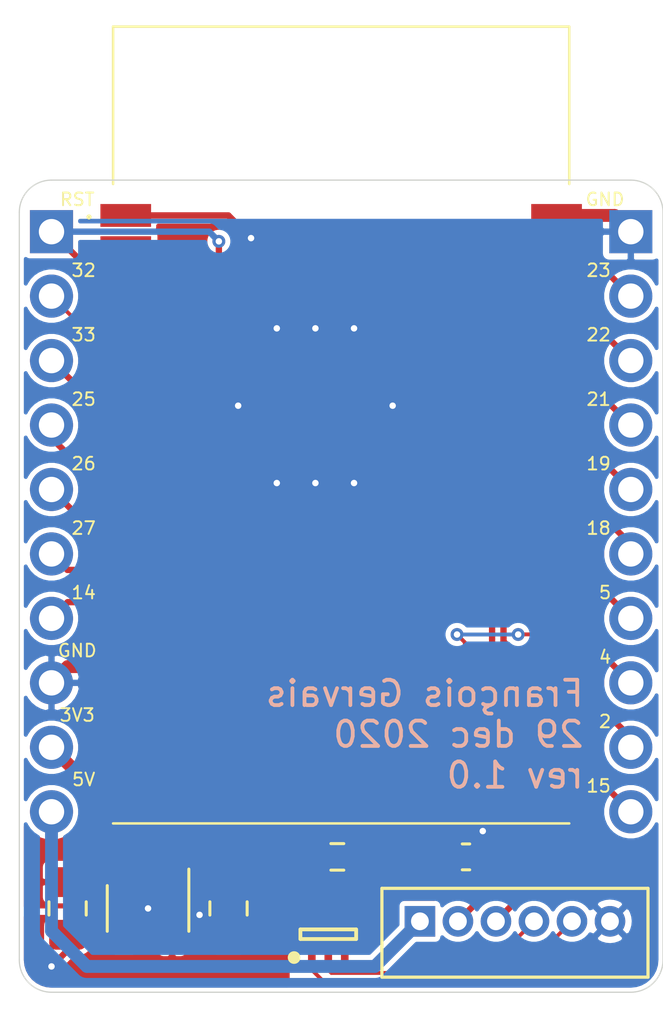
<source format=kicad_pcb>
(kicad_pcb (version 20171130) (host pcbnew 5.1.7-a382d34a8~88~ubuntu18.04.1)

  (general
    (thickness 1.6)
    (drawings 29)
    (tracks 153)
    (zones 0)
    (modules 10)
    (nets 41)
  )

  (page A4)
  (layers
    (0 F.Cu signal)
    (31 B.Cu signal hide)
    (32 B.Adhes user hide)
    (33 F.Adhes user hide)
    (34 B.Paste user hide)
    (35 F.Paste user hide)
    (36 B.SilkS user)
    (37 F.SilkS user)
    (38 B.Mask user hide)
    (39 F.Mask user hide)
    (40 Dwgs.User user hide)
    (41 Cmts.User user hide)
    (42 Eco1.User user hide)
    (43 Eco2.User user hide)
    (44 Edge.Cuts user)
    (45 Margin user hide)
    (46 B.CrtYd user hide)
    (47 F.CrtYd user hide)
    (48 B.Fab user hide)
    (49 F.Fab user hide)
  )

  (setup
    (last_trace_width 0.25)
    (user_trace_width 0.1524)
    (user_trace_width 0.508)
    (user_trace_width 0.762)
    (trace_clearance 0.2)
    (zone_clearance 0.1524)
    (zone_45_only no)
    (trace_min 0.1524)
    (via_size 0.8)
    (via_drill 0.4)
    (via_min_size 0.4)
    (via_min_drill 0.254)
    (user_via 0.508 0.254)
    (uvia_size 0.3)
    (uvia_drill 0.1)
    (uvias_allowed no)
    (uvia_min_size 0.2)
    (uvia_min_drill 0.1)
    (edge_width 0.05)
    (segment_width 0.2)
    (pcb_text_width 0.3)
    (pcb_text_size 1.5 1.5)
    (mod_edge_width 0.12)
    (mod_text_size 1 1)
    (mod_text_width 0.15)
    (pad_size 1.524 1.524)
    (pad_drill 0.762)
    (pad_to_mask_clearance 0)
    (aux_axis_origin 0 0)
    (grid_origin 38.608 35.814)
    (visible_elements FFFFFF7F)
    (pcbplotparams
      (layerselection 0x010fc_ffffffff)
      (usegerberextensions false)
      (usegerberattributes true)
      (usegerberadvancedattributes true)
      (creategerberjobfile true)
      (excludeedgelayer true)
      (linewidth 0.100000)
      (plotframeref false)
      (viasonmask false)
      (mode 1)
      (useauxorigin false)
      (hpglpennumber 1)
      (hpglpenspeed 20)
      (hpglpendiameter 15.000000)
      (psnegative false)
      (psa4output false)
      (plotreference true)
      (plotvalue true)
      (plotinvisibletext false)
      (padsonsilk false)
      (subtractmaskfromsilk false)
      (outputformat 1)
      (mirror false)
      (drillshape 1)
      (scaleselection 1)
      (outputdirectory ""))
  )

  (net 0 "")
  (net 1 GND)
  (net 2 +5V)
  (net 3 +3V3)
  (net 4 /RESET)
  (net 5 /GPIO23)
  (net 6 /GPIO22)
  (net 7 /TX)
  (net 8 /RX)
  (net 9 /GPIO21)
  (net 10 "Net-(IC1-Pad32)")
  (net 11 /GPIO19)
  (net 12 /GPIO18)
  (net 13 /GPIO5)
  (net 14 "Net-(IC1-Pad28)")
  (net 15 "Net-(IC1-Pad27)")
  (net 16 /GPIO4)
  (net 17 /GPIO0)
  (net 18 /GPIO15)
  (net 19 "Net-(IC1-Pad22)")
  (net 20 "Net-(IC1-Pad21)")
  (net 21 "Net-(IC1-Pad20)")
  (net 22 "Net-(IC1-Pad19)")
  (net 23 "Net-(IC1-Pad18)")
  (net 24 "Net-(IC1-Pad17)")
  (net 25 "Net-(IC1-Pad16)")
  (net 26 "Net-(IC1-Pad14)")
  (net 27 /GPIO14)
  (net 28 /GPIO27)
  (net 29 /GPIO26)
  (net 30 /GPIO25)
  (net 31 /GPIO33)
  (net 32 /GPIO32)
  (net 33 "Net-(IC1-Pad6)")
  (net 34 "Net-(IC1-Pad5)")
  (net 35 "Net-(IC1-Pad4)")
  (net 36 /DTR)
  (net 37 /RTS)
  (net 38 "Net-(U1-Pad4)")
  (net 39 /GPIO2)
  (net 40 "Net-(IC1-Pad7)")

  (net_class Default "This is the default net class."
    (clearance 0.2)
    (trace_width 0.25)
    (via_dia 0.8)
    (via_drill 0.4)
    (uvia_dia 0.3)
    (uvia_drill 0.1)
    (add_net +3V3)
    (add_net +5V)
    (add_net /DTR)
    (add_net /GPIO0)
    (add_net /GPIO14)
    (add_net /GPIO15)
    (add_net /GPIO18)
    (add_net /GPIO19)
    (add_net /GPIO2)
    (add_net /GPIO21)
    (add_net /GPIO22)
    (add_net /GPIO23)
    (add_net /GPIO25)
    (add_net /GPIO26)
    (add_net /GPIO27)
    (add_net /GPIO32)
    (add_net /GPIO33)
    (add_net /GPIO4)
    (add_net /GPIO5)
    (add_net /RESET)
    (add_net /RTS)
    (add_net /RX)
    (add_net /TX)
    (add_net GND)
    (add_net "Net-(IC1-Pad14)")
    (add_net "Net-(IC1-Pad16)")
    (add_net "Net-(IC1-Pad17)")
    (add_net "Net-(IC1-Pad18)")
    (add_net "Net-(IC1-Pad19)")
    (add_net "Net-(IC1-Pad20)")
    (add_net "Net-(IC1-Pad21)")
    (add_net "Net-(IC1-Pad22)")
    (add_net "Net-(IC1-Pad27)")
    (add_net "Net-(IC1-Pad28)")
    (add_net "Net-(IC1-Pad32)")
    (add_net "Net-(IC1-Pad4)")
    (add_net "Net-(IC1-Pad5)")
    (add_net "Net-(IC1-Pad6)")
    (add_net "Net-(IC1-Pad7)")
    (add_net "Net-(U1-Pad4)")
  )

  (module "B6B-ZR(LF)(SN):JST_B6B-ZR(LF)(SN)" (layer F.Cu) (tedit 5FEB46F9) (tstamp 5FEA68D8)
    (at 56.896 62.992 180)
    (descr "<b>Dual In Line Package</b>")
    (path /5FE8BD4D)
    (fp_text reference J1 (at -1.51593 -3.9307 180) (layer F.SilkS) hide
      (effects (font (size 1.000283 1.000283) (thickness 0.015)))
    )
    (fp_text value Conn_01x06_Male (at 6.74809 2.40393 180) (layer F.Fab)
      (effects (font (size 1.001213 1.001213) (thickness 0.015)))
    )
    (fp_line (start 5.25 -2.2) (end -5.25 -2.2) (layer F.Fab) (width 0.127))
    (fp_line (start -5.25 -2.2) (end -5.25 1.3) (layer F.Fab) (width 0.127))
    (fp_line (start -5.25 1.3) (end 5.25 1.3) (layer F.Fab) (width 0.127))
    (fp_line (start 5.25 1.3) (end 5.25 -2.2) (layer F.Fab) (width 0.127))
    (fp_line (start 5.25 1.3) (end 5.25 -2.2) (layer F.SilkS) (width 0.127))
    (fp_line (start -5.25 -2.2) (end -5.25 1.3) (layer F.SilkS) (width 0.127))
    (fp_line (start 5.5 -2.45) (end -5.5 -2.45) (layer F.CrtYd) (width 0.05))
    (fp_line (start -5.5 -2.45) (end -5.5 1.55) (layer F.CrtYd) (width 0.05))
    (fp_line (start -5.5 1.55) (end 5.5 1.55) (layer F.CrtYd) (width 0.05))
    (fp_line (start 5.5 1.55) (end 5.5 -2.45) (layer F.CrtYd) (width 0.05))
    (fp_line (start 5.25 -2.2) (end -5.25 -2.2) (layer F.SilkS) (width 0.127))
    (fp_line (start 5.25 1.3) (end -5.25 1.3) (layer F.SilkS) (width 0.127))
    (pad 5 thru_hole circle (at -2.25 0 180) (size 1.208 1.208) (drill 0.7) (layers *.Cu *.Mask)
      (net 37 /RTS))
    (pad 6 thru_hole circle (at -3.75 0 180) (size 1.208 1.208) (drill 0.7) (layers *.Cu *.Mask)
      (net 1 GND))
    (pad 4 thru_hole circle (at -0.75 0 180) (size 1.208 1.208) (drill 0.7) (layers *.Cu *.Mask)
      (net 36 /DTR))
    (pad 3 thru_hole circle (at 0.75 0 180) (size 1.208 1.208) (drill 0.7) (layers *.Cu *.Mask)
      (net 8 /RX))
    (pad 2 thru_hole circle (at 2.25 0 180) (size 1.208 1.208) (drill 0.7) (layers *.Cu *.Mask)
      (net 7 /TX))
    (pad 1 thru_hole rect (at 3.75 0 180) (size 1.208 1.208) (drill 0.7) (layers *.Cu *.Mask)
      (net 2 +5V))
  )

  (module ESP32-WROVER-E:ESP32WROVEREM213EH6464PH3Q0 (layer F.Cu) (tedit 0) (tstamp 5FEA68BF)
    (at 50.038 43.434)
    (descr "ESP32-WROVER-E(M213EH6464PH3Q0)-1")
    (tags "Integrated Circuit")
    (path /5FE6A6FF)
    (attr smd)
    (fp_text reference IC1 (at -0.25 0) (layer F.SilkS) hide
      (effects (font (size 1.27 1.27) (thickness 0.254)))
    )
    (fp_text value ESP32-WROVER-E_M213EH6464PH3Q0_ (at -0.25 0) (layer F.SilkS) hide
      (effects (font (size 1.27 1.27) (thickness 0.254)))
    )
    (fp_arc (start -9.95 -8.2) (end -9.9 -8.2) (angle -180) (layer F.SilkS) (width 0.1))
    (fp_arc (start -9.95 -8.2) (end -10 -8.2) (angle -180) (layer F.SilkS) (width 0.1))
    (fp_text user %R (at -0.25 0) (layer F.Fab)
      (effects (font (size 1.27 1.27) (thickness 0.254)))
    )
    (fp_line (start -9 -15.7) (end 9 -15.7) (layer F.Fab) (width 0.2))
    (fp_line (start 9 -15.7) (end 9 15.7) (layer F.Fab) (width 0.2))
    (fp_line (start 9 15.7) (end -9 15.7) (layer F.Fab) (width 0.2))
    (fp_line (start -9 15.7) (end -9 -15.7) (layer F.Fab) (width 0.2))
    (fp_line (start -11 -16.7) (end 10.5 -16.7) (layer F.CrtYd) (width 0.1))
    (fp_line (start 10.5 -16.7) (end 10.5 16.7) (layer F.CrtYd) (width 0.1))
    (fp_line (start 10.5 16.7) (end -11 16.7) (layer F.CrtYd) (width 0.1))
    (fp_line (start -11 16.7) (end -11 -16.7) (layer F.CrtYd) (width 0.1))
    (fp_line (start -9 15.7) (end 9 15.7) (layer F.SilkS) (width 0.1))
    (fp_line (start -9 -9.5) (end -9 -15.7) (layer F.SilkS) (width 0.1))
    (fp_line (start -9 -15.7) (end 9 -15.7) (layer F.SilkS) (width 0.1))
    (fp_line (start 9 -15.7) (end 9 -9.5) (layer F.SilkS) (width 0.1))
    (fp_line (start -10 -8.2) (end -10 -8.2) (layer F.SilkS) (width 0.1))
    (fp_line (start -9.9 -8.2) (end -9.9 -8.2) (layer F.SilkS) (width 0.1))
    (pad 47 smd rect (at -1 -2.595 90) (size 1.33 1.33) (layers F.Cu F.Paste F.Mask)
      (net 1 GND))
    (pad 46 smd rect (at 0.835 -2.595 90) (size 1.33 1.33) (layers F.Cu F.Paste F.Mask)
      (net 1 GND))
    (pad 45 smd rect (at 0.835 -0.76 90) (size 1.33 1.33) (layers F.Cu F.Paste F.Mask)
      (net 1 GND))
    (pad 44 smd rect (at 0.835 1.075 90) (size 1.33 1.33) (layers F.Cu F.Paste F.Mask)
      (net 1 GND))
    (pad 43 smd rect (at -1 1.075 90) (size 1.33 1.33) (layers F.Cu F.Paste F.Mask)
      (net 1 GND))
    (pad 42 smd rect (at -2.835 1.075 90) (size 1.33 1.33) (layers F.Cu F.Paste F.Mask)
      (net 1 GND))
    (pad 41 smd rect (at -2.835 -0.76 90) (size 1.33 1.33) (layers F.Cu F.Paste F.Mask)
      (net 1 GND))
    (pad 40 smd rect (at -2.835 -2.595 90) (size 1.33 1.33) (layers F.Cu F.Paste F.Mask)
      (net 1 GND))
    (pad 39 smd rect (at -1 -0.76 90) (size 1.33 1.33) (layers F.Cu F.Paste F.Mask)
      (net 1 GND))
    (pad 38 smd rect (at 8.5 -8.26 90) (size 0.9 2) (layers F.Cu F.Paste F.Mask)
      (net 1 GND))
    (pad 37 smd rect (at 8.5 -6.99 90) (size 0.9 2) (layers F.Cu F.Paste F.Mask)
      (net 5 /GPIO23))
    (pad 36 smd rect (at 8.5 -5.72 90) (size 0.9 2) (layers F.Cu F.Paste F.Mask)
      (net 6 /GPIO22))
    (pad 35 smd rect (at 8.5 -4.45 90) (size 0.9 2) (layers F.Cu F.Paste F.Mask)
      (net 7 /TX))
    (pad 34 smd rect (at 8.5 -3.18 90) (size 0.9 2) (layers F.Cu F.Paste F.Mask)
      (net 8 /RX))
    (pad 33 smd rect (at 8.5 -1.91 90) (size 0.9 2) (layers F.Cu F.Paste F.Mask)
      (net 9 /GPIO21))
    (pad 32 smd rect (at 8.5 -0.64 90) (size 0.9 2) (layers F.Cu F.Paste F.Mask)
      (net 10 "Net-(IC1-Pad32)"))
    (pad 31 smd rect (at 8.5 0.63 90) (size 0.9 2) (layers F.Cu F.Paste F.Mask)
      (net 11 /GPIO19))
    (pad 30 smd rect (at 8.5 1.9 90) (size 0.9 2) (layers F.Cu F.Paste F.Mask)
      (net 12 /GPIO18))
    (pad 29 smd rect (at 8.5 3.17 90) (size 0.9 2) (layers F.Cu F.Paste F.Mask)
      (net 13 /GPIO5))
    (pad 28 smd rect (at 8.5 4.44 90) (size 0.9 2) (layers F.Cu F.Paste F.Mask)
      (net 14 "Net-(IC1-Pad28)"))
    (pad 27 smd rect (at 8.5 5.71 90) (size 0.9 2) (layers F.Cu F.Paste F.Mask)
      (net 15 "Net-(IC1-Pad27)"))
    (pad 26 smd rect (at 8.5 6.98 90) (size 0.9 2) (layers F.Cu F.Paste F.Mask)
      (net 16 /GPIO4))
    (pad 25 smd rect (at 8.5 8.25 90) (size 0.9 2) (layers F.Cu F.Paste F.Mask)
      (net 17 /GPIO0))
    (pad 24 smd rect (at 8.5 9.52 90) (size 0.9 2) (layers F.Cu F.Paste F.Mask)
      (net 39 /GPIO2))
    (pad 23 smd rect (at 8.5 10.79 90) (size 0.9 2) (layers F.Cu F.Paste F.Mask)
      (net 18 /GPIO15))
    (pad 22 smd rect (at 8.5 12.06 90) (size 0.9 2) (layers F.Cu F.Paste F.Mask)
      (net 19 "Net-(IC1-Pad22)"))
    (pad 21 smd rect (at 8.5 13.33 90) (size 0.9 2) (layers F.Cu F.Paste F.Mask)
      (net 20 "Net-(IC1-Pad21)"))
    (pad 20 smd rect (at 8.5 14.6 90) (size 0.9 2) (layers F.Cu F.Paste F.Mask)
      (net 21 "Net-(IC1-Pad20)"))
    (pad 19 smd rect (at -8.5 14.6 90) (size 0.9 2) (layers F.Cu F.Paste F.Mask)
      (net 22 "Net-(IC1-Pad19)"))
    (pad 18 smd rect (at -8.5 13.33 90) (size 0.9 2) (layers F.Cu F.Paste F.Mask)
      (net 23 "Net-(IC1-Pad18)"))
    (pad 17 smd rect (at -8.5 12.06 90) (size 0.9 2) (layers F.Cu F.Paste F.Mask)
      (net 24 "Net-(IC1-Pad17)"))
    (pad 16 smd rect (at -8.5 10.79 90) (size 0.9 2) (layers F.Cu F.Paste F.Mask)
      (net 25 "Net-(IC1-Pad16)"))
    (pad 15 smd rect (at -8.5 9.52 90) (size 0.9 2) (layers F.Cu F.Paste F.Mask)
      (net 1 GND))
    (pad 14 smd rect (at -8.5 8.25 90) (size 0.9 2) (layers F.Cu F.Paste F.Mask)
      (net 26 "Net-(IC1-Pad14)"))
    (pad 13 smd rect (at -8.5 6.98 90) (size 0.9 2) (layers F.Cu F.Paste F.Mask)
      (net 27 /GPIO14))
    (pad 12 smd rect (at -8.5 5.71 90) (size 0.9 2) (layers F.Cu F.Paste F.Mask)
      (net 28 /GPIO27))
    (pad 11 smd rect (at -8.5 4.44 90) (size 0.9 2) (layers F.Cu F.Paste F.Mask)
      (net 29 /GPIO26))
    (pad 10 smd rect (at -8.5 3.17 90) (size 0.9 2) (layers F.Cu F.Paste F.Mask)
      (net 30 /GPIO25))
    (pad 9 smd rect (at -8.5 1.9 90) (size 0.9 2) (layers F.Cu F.Paste F.Mask)
      (net 31 /GPIO33))
    (pad 8 smd rect (at -8.5 0.63 90) (size 0.9 2) (layers F.Cu F.Paste F.Mask)
      (net 32 /GPIO32))
    (pad 7 smd rect (at -8.5 -0.64 90) (size 0.9 2) (layers F.Cu F.Paste F.Mask)
      (net 40 "Net-(IC1-Pad7)"))
    (pad 6 smd rect (at -8.5 -1.91 90) (size 0.9 2) (layers F.Cu F.Paste F.Mask)
      (net 33 "Net-(IC1-Pad6)"))
    (pad 5 smd rect (at -8.5 -3.18 90) (size 0.9 2) (layers F.Cu F.Paste F.Mask)
      (net 34 "Net-(IC1-Pad5)"))
    (pad 4 smd rect (at -8.5 -4.45 90) (size 0.9 2) (layers F.Cu F.Paste F.Mask)
      (net 35 "Net-(IC1-Pad4)"))
    (pad 3 smd rect (at -8.5 -5.72 90) (size 0.9 2) (layers F.Cu F.Paste F.Mask)
      (net 4 /RESET))
    (pad 2 smd rect (at -8.5 -6.99 90) (size 0.9 2) (layers F.Cu F.Paste F.Mask)
      (net 3 +3V3))
    (pad 1 smd rect (at -8.5 -8.26 90) (size 0.9 2) (layers F.Cu F.Paste F.Mask)
      (net 1 GND))
    (model ESP32-WROVER-E_M213EH6464PH3Q0_.stp
      (at (xyz 0 0 0))
      (scale (xyz 1 1 1))
      (rotate (xyz 0 0 0))
    )
  )

  (module Resistor_SMD:R_0603_1608Metric_Pad0.98x0.95mm_HandSolder (layer F.Cu) (tedit 5F68FEEE) (tstamp 5FEB3760)
    (at 49.8875 60.452)
    (descr "Resistor SMD 0603 (1608 Metric), square (rectangular) end terminal, IPC_7351 nominal with elongated pad for handsoldering. (Body size source: IPC-SM-782 page 72, https://www.pcb-3d.com/wordpress/wp-content/uploads/ipc-sm-782a_amendment_1_and_2.pdf), generated with kicad-footprint-generator")
    (tags "resistor handsolder")
    (path /603451B9)
    (attr smd)
    (fp_text reference R1 (at 0 -1.43) (layer F.SilkS) hide
      (effects (font (size 1 1) (thickness 0.15)))
    )
    (fp_text value 10k (at 0 1.43) (layer F.Fab)
      (effects (font (size 1 1) (thickness 0.15)))
    )
    (fp_text user %R (at 0 0) (layer F.Fab)
      (effects (font (size 0.4 0.4) (thickness 0.06)))
    )
    (fp_line (start -0.8 0.4125) (end -0.8 -0.4125) (layer F.Fab) (width 0.1))
    (fp_line (start -0.8 -0.4125) (end 0.8 -0.4125) (layer F.Fab) (width 0.1))
    (fp_line (start 0.8 -0.4125) (end 0.8 0.4125) (layer F.Fab) (width 0.1))
    (fp_line (start 0.8 0.4125) (end -0.8 0.4125) (layer F.Fab) (width 0.1))
    (fp_line (start -0.254724 -0.5225) (end 0.254724 -0.5225) (layer F.SilkS) (width 0.12))
    (fp_line (start -0.254724 0.5225) (end 0.254724 0.5225) (layer F.SilkS) (width 0.12))
    (fp_line (start -1.65 0.73) (end -1.65 -0.73) (layer F.CrtYd) (width 0.05))
    (fp_line (start -1.65 -0.73) (end 1.65 -0.73) (layer F.CrtYd) (width 0.05))
    (fp_line (start 1.65 -0.73) (end 1.65 0.73) (layer F.CrtYd) (width 0.05))
    (fp_line (start 1.65 0.73) (end -1.65 0.73) (layer F.CrtYd) (width 0.05))
    (pad 2 smd roundrect (at 0.9125 0) (size 0.975 0.95) (layers F.Cu F.Paste F.Mask) (roundrect_rratio 0.25)
      (net 4 /RESET))
    (pad 1 smd roundrect (at -0.9125 0) (size 0.975 0.95) (layers F.Cu F.Paste F.Mask) (roundrect_rratio 0.25)
      (net 3 +3V3))
    (model ${KISYS3DMOD}/Resistor_SMD.3dshapes/R_0603_1608Metric.wrl
      (at (xyz 0 0 0))
      (scale (xyz 1 1 1))
      (rotate (xyz 0 0 0))
    )
  )

  (module Connector_PinHeader_2.54mm:PinHeader_1x10_P2.54mm_Vertical (layer B.Cu) (tedit 5FEA2212) (tstamp 5FEA68F6)
    (at 38.608 35.814 180)
    (descr "Through hole straight pin header, 1x10, 2.54mm pitch, single row")
    (tags "Through hole pin header THT 1x10 2.54mm single row")
    (path /5FE8CA6B)
    (fp_text reference J2 (at 0 2.33 180) (layer B.SilkS) hide
      (effects (font (size 1 1) (thickness 0.15)) (justify mirror))
    )
    (fp_text value Conn_01x10_Male (at 0 -25.19 180) (layer B.Fab)
      (effects (font (size 1 1) (thickness 0.15)) (justify mirror))
    )
    (fp_text user %R (at 0 -11.43 90) (layer B.Fab)
      (effects (font (size 1 1) (thickness 0.15)) (justify mirror))
    )
    (fp_line (start -0.635 1.27) (end 1.27 1.27) (layer B.Fab) (width 0.1))
    (fp_line (start 1.27 1.27) (end 1.27 -24.13) (layer B.Fab) (width 0.1))
    (fp_line (start 1.27 -24.13) (end -1.27 -24.13) (layer B.Fab) (width 0.1))
    (fp_line (start -1.27 -24.13) (end -1.27 0.635) (layer B.Fab) (width 0.1))
    (fp_line (start -1.27 0.635) (end -0.635 1.27) (layer B.Fab) (width 0.1))
    (fp_line (start -1.8 1.8) (end -1.8 -24.65) (layer B.CrtYd) (width 0.05))
    (fp_line (start -1.8 -24.65) (end 1.8 -24.65) (layer B.CrtYd) (width 0.05))
    (fp_line (start 1.8 -24.65) (end 1.8 1.8) (layer B.CrtYd) (width 0.05))
    (fp_line (start 1.8 1.8) (end -1.8 1.8) (layer B.CrtYd) (width 0.05))
    (pad 10 thru_hole oval (at 0 -22.86 180) (size 1.7 1.7) (drill 1) (layers *.Cu *.Mask)
      (net 2 +5V))
    (pad 9 thru_hole oval (at 0 -20.32 180) (size 1.7 1.7) (drill 1) (layers *.Cu *.Mask)
      (net 3 +3V3))
    (pad 8 thru_hole oval (at 0 -17.78 180) (size 1.7 1.7) (drill 1) (layers *.Cu *.Mask)
      (net 1 GND))
    (pad 7 thru_hole oval (at 0 -15.24 180) (size 1.7 1.7) (drill 1) (layers *.Cu *.Mask)
      (net 27 /GPIO14))
    (pad 6 thru_hole oval (at 0 -12.7 180) (size 1.7 1.7) (drill 1) (layers *.Cu *.Mask)
      (net 28 /GPIO27))
    (pad 5 thru_hole oval (at 0 -10.16 180) (size 1.7 1.7) (drill 1) (layers *.Cu *.Mask)
      (net 29 /GPIO26))
    (pad 4 thru_hole oval (at 0 -7.62 180) (size 1.7 1.7) (drill 1) (layers *.Cu *.Mask)
      (net 30 /GPIO25))
    (pad 3 thru_hole oval (at 0 -5.08 180) (size 1.7 1.7) (drill 1) (layers *.Cu *.Mask)
      (net 31 /GPIO33))
    (pad 2 thru_hole oval (at 0 -2.54 180) (size 1.7 1.7) (drill 1) (layers *.Cu *.Mask)
      (net 32 /GPIO32))
    (pad 1 thru_hole rect (at 0 0 180) (size 1.7 1.7) (drill 1) (layers *.Cu *.Mask)
      (net 4 /RESET))
    (model ${KISYS3DMOD}/Connector_PinHeader_2.54mm.3dshapes/PinHeader_1x10_P2.54mm_Vertical.wrl
      (at (xyz 0 0 0))
      (scale (xyz 1 1 1))
      (rotate (xyz 0 0 0))
    )
  )

  (module Connector_PinHeader_2.54mm:PinHeader_1x10_P2.54mm_Vertical (layer B.Cu) (tedit 5FEA21F8) (tstamp 5FEA6914)
    (at 61.468 35.814 180)
    (descr "Through hole straight pin header, 1x10, 2.54mm pitch, single row")
    (tags "Through hole pin header THT 1x10 2.54mm single row")
    (path /5FE8D4C8)
    (fp_text reference J3 (at 0 2.33 180) (layer B.SilkS) hide
      (effects (font (size 1 1) (thickness 0.15)) (justify mirror))
    )
    (fp_text value Conn_01x10_Male (at 0 -25.19 180) (layer B.Fab)
      (effects (font (size 1 1) (thickness 0.15)) (justify mirror))
    )
    (fp_text user %R (at 0 -11.43 90) (layer B.Fab)
      (effects (font (size 1 1) (thickness 0.15)) (justify mirror))
    )
    (fp_line (start -0.635 1.27) (end 1.27 1.27) (layer B.Fab) (width 0.1))
    (fp_line (start 1.27 1.27) (end 1.27 -24.13) (layer B.Fab) (width 0.1))
    (fp_line (start 1.27 -24.13) (end -1.27 -24.13) (layer B.Fab) (width 0.1))
    (fp_line (start -1.27 -24.13) (end -1.27 0.635) (layer B.Fab) (width 0.1))
    (fp_line (start -1.27 0.635) (end -0.635 1.27) (layer B.Fab) (width 0.1))
    (fp_line (start -1.8 1.8) (end -1.8 -24.65) (layer B.CrtYd) (width 0.05))
    (fp_line (start -1.8 -24.65) (end 1.8 -24.65) (layer B.CrtYd) (width 0.05))
    (fp_line (start 1.8 -24.65) (end 1.8 1.8) (layer B.CrtYd) (width 0.05))
    (fp_line (start 1.8 1.8) (end -1.8 1.8) (layer B.CrtYd) (width 0.05))
    (pad 10 thru_hole oval (at 0 -22.86 180) (size 1.7 1.7) (drill 1) (layers *.Cu *.Mask)
      (net 18 /GPIO15))
    (pad 9 thru_hole oval (at 0 -20.32 180) (size 1.7 1.7) (drill 1) (layers *.Cu *.Mask)
      (net 39 /GPIO2))
    (pad 8 thru_hole oval (at 0 -17.78 180) (size 1.7 1.7) (drill 1) (layers *.Cu *.Mask)
      (net 16 /GPIO4))
    (pad 7 thru_hole oval (at 0 -15.24 180) (size 1.7 1.7) (drill 1) (layers *.Cu *.Mask)
      (net 13 /GPIO5))
    (pad 6 thru_hole oval (at 0 -12.7 180) (size 1.7 1.7) (drill 1) (layers *.Cu *.Mask)
      (net 12 /GPIO18))
    (pad 5 thru_hole oval (at 0 -10.16 180) (size 1.7 1.7) (drill 1) (layers *.Cu *.Mask)
      (net 11 /GPIO19))
    (pad 4 thru_hole oval (at 0 -7.62 180) (size 1.7 1.7) (drill 1) (layers *.Cu *.Mask)
      (net 9 /GPIO21))
    (pad 3 thru_hole oval (at 0 -5.08 180) (size 1.7 1.7) (drill 1) (layers *.Cu *.Mask)
      (net 6 /GPIO22))
    (pad 2 thru_hole oval (at 0 -2.54 180) (size 1.7 1.7) (drill 1) (layers *.Cu *.Mask)
      (net 5 /GPIO23))
    (pad 1 thru_hole rect (at 0 0 180) (size 1.7 1.7) (drill 1) (layers *.Cu *.Mask)
      (net 1 GND))
    (model ${KISYS3DMOD}/Connector_PinHeader_2.54mm.3dshapes/PinHeader_1x10_P2.54mm_Vertical.wrl
      (at (xyz 0 0 0))
      (scale (xyz 1 1 1))
      (rotate (xyz 0 0 0))
    )
  )

  (module Package_TO_SOT_SMD:SOT-23-5 (layer F.Cu) (tedit 5A02FF57) (tstamp 5FEA6941)
    (at 42.418 62.484 270)
    (descr "5-pin SOT23 package")
    (tags SOT-23-5)
    (path /5FE8C427)
    (attr smd)
    (fp_text reference U1 (at 0 -2.9 90) (layer F.SilkS) hide
      (effects (font (size 1 1) (thickness 0.15)))
    )
    (fp_text value XC6220B331MR (at 0 2.9 90) (layer F.Fab)
      (effects (font (size 1 1) (thickness 0.15)))
    )
    (fp_text user %R (at 0 0) (layer F.Fab)
      (effects (font (size 0.5 0.5) (thickness 0.075)))
    )
    (fp_line (start -0.9 1.61) (end 0.9 1.61) (layer F.SilkS) (width 0.12))
    (fp_line (start 0.9 -1.61) (end -1.55 -1.61) (layer F.SilkS) (width 0.12))
    (fp_line (start -1.9 -1.8) (end 1.9 -1.8) (layer F.CrtYd) (width 0.05))
    (fp_line (start 1.9 -1.8) (end 1.9 1.8) (layer F.CrtYd) (width 0.05))
    (fp_line (start 1.9 1.8) (end -1.9 1.8) (layer F.CrtYd) (width 0.05))
    (fp_line (start -1.9 1.8) (end -1.9 -1.8) (layer F.CrtYd) (width 0.05))
    (fp_line (start -0.9 -0.9) (end -0.25 -1.55) (layer F.Fab) (width 0.1))
    (fp_line (start 0.9 -1.55) (end -0.25 -1.55) (layer F.Fab) (width 0.1))
    (fp_line (start -0.9 -0.9) (end -0.9 1.55) (layer F.Fab) (width 0.1))
    (fp_line (start 0.9 1.55) (end -0.9 1.55) (layer F.Fab) (width 0.1))
    (fp_line (start 0.9 -1.55) (end 0.9 1.55) (layer F.Fab) (width 0.1))
    (pad 5 smd rect (at 1.1 -0.95 270) (size 1.06 0.65) (layers F.Cu F.Paste F.Mask)
      (net 3 +3V3))
    (pad 4 smd rect (at 1.1 0.95 270) (size 1.06 0.65) (layers F.Cu F.Paste F.Mask)
      (net 38 "Net-(U1-Pad4)"))
    (pad 3 smd rect (at -1.1 0.95 270) (size 1.06 0.65) (layers F.Cu F.Paste F.Mask)
      (net 2 +5V))
    (pad 2 smd rect (at -1.1 0 270) (size 1.06 0.65) (layers F.Cu F.Paste F.Mask)
      (net 1 GND))
    (pad 1 smd rect (at -1.1 -0.95 270) (size 1.06 0.65) (layers F.Cu F.Paste F.Mask)
      (net 2 +5V))
    (model ${KISYS3DMOD}/Package_TO_SOT_SMD.3dshapes/SOT-23-5.wrl
      (at (xyz 0 0 0))
      (scale (xyz 1 1 1))
      (rotate (xyz 0 0 0))
    )
  )

  (module Capacitor_SMD:C_0805_2012Metric_Pad1.18x1.45mm_HandSolder (layer F.Cu) (tedit 5F68FEEF) (tstamp 5FEA687B)
    (at 45.593 62.484 270)
    (descr "Capacitor SMD 0805 (2012 Metric), square (rectangular) end terminal, IPC_7351 nominal with elongated pad for handsoldering. (Body size source: IPC-SM-782 page 76, https://www.pcb-3d.com/wordpress/wp-content/uploads/ipc-sm-782a_amendment_1_and_2.pdf, https://docs.google.com/spreadsheets/d/1BsfQQcO9C6DZCsRaXUlFlo91Tg2WpOkGARC1WS5S8t0/edit?usp=sharing), generated with kicad-footprint-generator")
    (tags "capacitor handsolder")
    (path /5FFB2B3F)
    (attr smd)
    (fp_text reference C4 (at 0 -1.68 90) (layer F.SilkS) hide
      (effects (font (size 1 1) (thickness 0.15)))
    )
    (fp_text value 10uF (at 0 1.68 90) (layer F.Fab)
      (effects (font (size 1 1) (thickness 0.15)))
    )
    (fp_text user %R (at 0 0 90) (layer F.Fab)
      (effects (font (size 0.5 0.5) (thickness 0.08)))
    )
    (fp_line (start -1 0.625) (end -1 -0.625) (layer F.Fab) (width 0.1))
    (fp_line (start -1 -0.625) (end 1 -0.625) (layer F.Fab) (width 0.1))
    (fp_line (start 1 -0.625) (end 1 0.625) (layer F.Fab) (width 0.1))
    (fp_line (start 1 0.625) (end -1 0.625) (layer F.Fab) (width 0.1))
    (fp_line (start -0.261252 -0.735) (end 0.261252 -0.735) (layer F.SilkS) (width 0.12))
    (fp_line (start -0.261252 0.735) (end 0.261252 0.735) (layer F.SilkS) (width 0.12))
    (fp_line (start -1.88 0.98) (end -1.88 -0.98) (layer F.CrtYd) (width 0.05))
    (fp_line (start -1.88 -0.98) (end 1.88 -0.98) (layer F.CrtYd) (width 0.05))
    (fp_line (start 1.88 -0.98) (end 1.88 0.98) (layer F.CrtYd) (width 0.05))
    (fp_line (start 1.88 0.98) (end -1.88 0.98) (layer F.CrtYd) (width 0.05))
    (pad 2 smd roundrect (at 1.0375 0 270) (size 1.175 1.45) (layers F.Cu F.Paste F.Mask) (roundrect_rratio 0.212766)
      (net 1 GND))
    (pad 1 smd roundrect (at -1.0375 0 270) (size 1.175 1.45) (layers F.Cu F.Paste F.Mask) (roundrect_rratio 0.212766)
      (net 3 +3V3))
    (model ${KISYS3DMOD}/Capacitor_SMD.3dshapes/C_0805_2012Metric.wrl
      (at (xyz 0 0 0))
      (scale (xyz 1 1 1))
      (rotate (xyz 0 0 0))
    )
  )

  (module Capacitor_SMD:C_0603_1608Metric_Pad1.08x0.95mm_HandSolder (layer F.Cu) (tedit 5F68FEEF) (tstamp 5FEA686A)
    (at 54.9645 60.452)
    (descr "Capacitor SMD 0603 (1608 Metric), square (rectangular) end terminal, IPC_7351 nominal with elongated pad for handsoldering. (Body size source: IPC-SM-782 page 76, https://www.pcb-3d.com/wordpress/wp-content/uploads/ipc-sm-782a_amendment_1_and_2.pdf), generated with kicad-footprint-generator")
    (tags "capacitor handsolder")
    (path /5FF3A196)
    (attr smd)
    (fp_text reference C3 (at 0 -1.43) (layer F.SilkS) hide
      (effects (font (size 1 1) (thickness 0.15)))
    )
    (fp_text value 0.1uF (at 0 1.43) (layer F.Fab)
      (effects (font (size 1 1) (thickness 0.15)))
    )
    (fp_text user %R (at 0 0) (layer F.Fab)
      (effects (font (size 0.4 0.4) (thickness 0.06)))
    )
    (fp_line (start -0.8 0.4) (end -0.8 -0.4) (layer F.Fab) (width 0.1))
    (fp_line (start -0.8 -0.4) (end 0.8 -0.4) (layer F.Fab) (width 0.1))
    (fp_line (start 0.8 -0.4) (end 0.8 0.4) (layer F.Fab) (width 0.1))
    (fp_line (start 0.8 0.4) (end -0.8 0.4) (layer F.Fab) (width 0.1))
    (fp_line (start -0.146267 -0.51) (end 0.146267 -0.51) (layer F.SilkS) (width 0.12))
    (fp_line (start -0.146267 0.51) (end 0.146267 0.51) (layer F.SilkS) (width 0.12))
    (fp_line (start -1.65 0.73) (end -1.65 -0.73) (layer F.CrtYd) (width 0.05))
    (fp_line (start -1.65 -0.73) (end 1.65 -0.73) (layer F.CrtYd) (width 0.05))
    (fp_line (start 1.65 -0.73) (end 1.65 0.73) (layer F.CrtYd) (width 0.05))
    (fp_line (start 1.65 0.73) (end -1.65 0.73) (layer F.CrtYd) (width 0.05))
    (pad 2 smd roundrect (at 0.8625 0) (size 1.075 0.95) (layers F.Cu F.Paste F.Mask) (roundrect_rratio 0.25)
      (net 1 GND))
    (pad 1 smd roundrect (at -0.8625 0) (size 1.075 0.95) (layers F.Cu F.Paste F.Mask) (roundrect_rratio 0.25)
      (net 4 /RESET))
    (model ${KISYS3DMOD}/Capacitor_SMD.3dshapes/C_0603_1608Metric.wrl
      (at (xyz 0 0 0))
      (scale (xyz 1 1 1))
      (rotate (xyz 0 0 0))
    )
  )

  (module Capacitor_SMD:C_0805_2012Metric_Pad1.18x1.45mm_HandSolder (layer F.Cu) (tedit 5F68FEEF) (tstamp 5FEA6848)
    (at 39.243 62.484 270)
    (descr "Capacitor SMD 0805 (2012 Metric), square (rectangular) end terminal, IPC_7351 nominal with elongated pad for handsoldering. (Body size source: IPC-SM-782 page 76, https://www.pcb-3d.com/wordpress/wp-content/uploads/ipc-sm-782a_amendment_1_and_2.pdf, https://docs.google.com/spreadsheets/d/1BsfQQcO9C6DZCsRaXUlFlo91Tg2WpOkGARC1WS5S8t0/edit?usp=sharing), generated with kicad-footprint-generator")
    (tags "capacitor handsolder")
    (path /5FFB1EE5)
    (attr smd)
    (fp_text reference C1 (at 0 -1.68 90) (layer F.SilkS) hide
      (effects (font (size 1 1) (thickness 0.15)))
    )
    (fp_text value 10uF (at 0 1.68 90) (layer F.Fab)
      (effects (font (size 1 1) (thickness 0.15)))
    )
    (fp_text user %R (at 0 0 90) (layer F.Fab)
      (effects (font (size 0.5 0.5) (thickness 0.08)))
    )
    (fp_line (start -1 0.625) (end -1 -0.625) (layer F.Fab) (width 0.1))
    (fp_line (start -1 -0.625) (end 1 -0.625) (layer F.Fab) (width 0.1))
    (fp_line (start 1 -0.625) (end 1 0.625) (layer F.Fab) (width 0.1))
    (fp_line (start 1 0.625) (end -1 0.625) (layer F.Fab) (width 0.1))
    (fp_line (start -0.261252 -0.735) (end 0.261252 -0.735) (layer F.SilkS) (width 0.12))
    (fp_line (start -0.261252 0.735) (end 0.261252 0.735) (layer F.SilkS) (width 0.12))
    (fp_line (start -1.88 0.98) (end -1.88 -0.98) (layer F.CrtYd) (width 0.05))
    (fp_line (start -1.88 -0.98) (end 1.88 -0.98) (layer F.CrtYd) (width 0.05))
    (fp_line (start 1.88 -0.98) (end 1.88 0.98) (layer F.CrtYd) (width 0.05))
    (fp_line (start 1.88 0.98) (end -1.88 0.98) (layer F.CrtYd) (width 0.05))
    (pad 2 smd roundrect (at 1.0375 0 270) (size 1.175 1.45) (layers F.Cu F.Paste F.Mask) (roundrect_rratio 0.212766)
      (net 1 GND))
    (pad 1 smd roundrect (at -1.0375 0 270) (size 1.175 1.45) (layers F.Cu F.Paste F.Mask) (roundrect_rratio 0.212766)
      (net 2 +5V))
    (model ${KISYS3DMOD}/Capacitor_SMD.3dshapes/C_0805_2012Metric.wrl
      (at (xyz 0 0 0))
      (scale (xyz 1 1 1))
      (rotate (xyz 0 0 0))
    )
  )

  (module MUN5214DW1T1G:On_Semiconductor-MUN5214DW1T1G-Manufacturer_Recommended (layer F.Cu) (tedit 5EFF8995) (tstamp 5FEA692C)
    (at 49.53 63.5 90)
    (path /5FE8E343)
    (fp_text reference Q1 (at -2.35 -1.975003 90) (layer F.SilkS) hide
      (effects (font (size 1 1) (thickness 0.15)) (justify left))
    )
    (fp_text value MUN5214DW1T1G (at 0 0 90) (layer F.SilkS) hide
      (effects (font (size 1.27 1.27) (thickness 0.15)))
    )
    (fp_circle (center -0.920001 -1.350002) (end -0.795 -1.350002) (layer F.SilkS) (width 0.249999))
    (fp_line (start 0.19 1.099998) (end 0.19 -1.1) (layer F.SilkS) (width 0.15))
    (fp_line (start -0.19 1.099998) (end -0.19 -1.1) (layer F.SilkS) (width 0.15))
    (fp_line (start -0.19 1.099998) (end 0.19 1.099998) (layer F.SilkS) (width 0.15))
    (fp_line (start -0.19 -1.1) (end 0.19 -1.1) (layer F.SilkS) (width 0.15))
    (fp_line (start -0.625 0.999998) (end 0.625 0.999998) (layer F.Fab) (width 0.1))
    (fp_line (start -0.625 -1.000001) (end 0.625 -1.000001) (layer F.Fab) (width 0.1))
    (fp_line (start 0.625 0.999998) (end 0.625 -1.000001) (layer F.Fab) (width 0.1))
    (fp_line (start -0.625 0.999998) (end -0.625 -1.000001) (layer F.Fab) (width 0.1))
    (fp_line (start 1.275 -1.125) (end 1.275 -1.125) (layer F.CrtYd) (width 0.15))
    (fp_line (start 1.275 -1.125) (end -1.275 -1.125) (layer F.CrtYd) (width 0.15))
    (fp_line (start -1.275 -1.125) (end -1.275 1.124998) (layer F.CrtYd) (width 0.15))
    (fp_line (start -1.275 1.124998) (end 1.275 1.124998) (layer F.CrtYd) (width 0.15))
    (fp_line (start 1.275 1.124998) (end 1.275 -1.125) (layer F.CrtYd) (width 0.15))
    (pad 1 smd rect (at -0.920001 -0.650001 180) (size 0.299999 0.660001) (layers F.Cu F.Paste F.Mask)
      (net 37 /RTS))
    (pad 2 smd rect (at -0.920001 -0.000001 180) (size 0.299999 0.660001) (layers F.Cu F.Paste F.Mask)
      (net 36 /DTR))
    (pad 3 smd rect (at -0.920001 0.649999 180) (size 0.299999 0.660001) (layers F.Cu F.Paste F.Mask)
      (net 17 /GPIO0))
    (pad 4 smd rect (at 0.919998 0.649999 180) (size 0.299999 0.660001) (layers F.Cu F.Paste F.Mask)
      (net 36 /DTR))
    (pad 5 smd rect (at 0.919998 -0.000001 180) (size 0.299999 0.660001) (layers F.Cu F.Paste F.Mask)
      (net 37 /RTS))
    (pad 6 smd rect (at 0.919998 -0.650001 180) (size 0.299999 0.660001) (layers F.Cu F.Paste F.Mask)
      (net 4 /RESET))
    (model ${KIPRJMOD}/kicad-library/MUN5214DW1T1G/MUN5214DW1T1G.models/On_Semiconductor_-_MUN5214DW1T1G.step
      (at (xyz 0 0 0))
      (scale (xyz 1 1 1))
      (rotate (xyz 0 0 0))
    )
  )

  (gr_text "François Gervais\n29 dec 2020\nrev 1.0" (at 59.69 55.626) (layer B.SilkS)
    (effects (font (size 1 1) (thickness 0.15)) (justify left mirror))
  )
  (gr_arc (start 61.468 64.516) (end 61.468 65.786) (angle -90) (layer Edge.Cuts) (width 0.05))
  (gr_arc (start 38.608 64.516) (end 37.338 64.516) (angle -90) (layer Edge.Cuts) (width 0.05))
  (gr_arc (start 61.468 35.052) (end 62.738 35.052) (angle -90) (layer Edge.Cuts) (width 0.05))
  (gr_arc (start 38.608 35.052) (end 38.608 33.782) (angle -90) (layer Edge.Cuts) (width 0.05))
  (gr_text 15 (at 60.198 57.658) (layer F.SilkS) (tstamp 5FEACFEE)
    (effects (font (size 0.5 0.5) (thickness 0.0762)))
  )
  (gr_text 2 (at 60.452 55.118) (layer F.SilkS) (tstamp 5FEACFEE)
    (effects (font (size 0.5 0.5) (thickness 0.0762)))
  )
  (gr_text 4 (at 60.452 52.578) (layer F.SilkS) (tstamp 5FEACFEE)
    (effects (font (size 0.5 0.5) (thickness 0.0762)))
  )
  (gr_text 5 (at 60.452 50.038) (layer F.SilkS) (tstamp 5FEACFEE)
    (effects (font (size 0.5 0.5) (thickness 0.0762)))
  )
  (gr_text 18 (at 60.198 47.498) (layer F.SilkS) (tstamp 5FEACFEE)
    (effects (font (size 0.5 0.5) (thickness 0.0762)))
  )
  (gr_text 19 (at 60.198 44.958) (layer F.SilkS) (tstamp 5FEACFEE)
    (effects (font (size 0.5 0.5) (thickness 0.0762)))
  )
  (gr_text 21 (at 60.198 42.418) (layer F.SilkS) (tstamp 5FEACFEE)
    (effects (font (size 0.5 0.5) (thickness 0.0762)))
  )
  (gr_text 22 (at 60.198 39.878) (layer F.SilkS) (tstamp 5FEACFEE)
    (effects (font (size 0.5 0.5) (thickness 0.0762)))
  )
  (gr_text GND (at 60.452 34.544) (layer F.SilkS) (tstamp 5FEACFEE)
    (effects (font (size 0.5 0.5) (thickness 0.0762)))
  )
  (gr_text 23 (at 60.198 37.338) (layer F.SilkS) (tstamp 5FEACFEE)
    (effects (font (size 0.5 0.5) (thickness 0.0762)))
  )
  (gr_text 14 (at 39.878 50.038) (layer F.SilkS) (tstamp 5FEACFEE)
    (effects (font (size 0.5 0.5) (thickness 0.0762)))
  )
  (gr_text GND (at 39.624 52.324) (layer F.SilkS) (tstamp 5FEACFEE)
    (effects (font (size 0.5 0.5) (thickness 0.0762)))
  )
  (gr_text 5V (at 39.878 57.404) (layer F.SilkS) (tstamp 5FEACFEE)
    (effects (font (size 0.5 0.5) (thickness 0.0762)))
  )
  (gr_text 3V3 (at 39.624 54.864) (layer F.SilkS) (tstamp 5FEACFEE)
    (effects (font (size 0.5 0.5) (thickness 0.0762)))
  )
  (gr_text 27 (at 39.878 47.498) (layer F.SilkS) (tstamp 5FEACFEE)
    (effects (font (size 0.5 0.5) (thickness 0.0762)))
  )
  (gr_text 26 (at 39.878 44.958) (layer F.SilkS) (tstamp 5FEACFEE)
    (effects (font (size 0.5 0.5) (thickness 0.0762)))
  )
  (gr_text 25 (at 39.878 42.418) (layer F.SilkS) (tstamp 5FEACFEE)
    (effects (font (size 0.5 0.5) (thickness 0.0762)))
  )
  (gr_text 33 (at 39.878 39.878) (layer F.SilkS) (tstamp 5FEACFEE)
    (effects (font (size 0.5 0.5) (thickness 0.0762)))
  )
  (gr_text RST (at 39.624 34.544) (layer F.SilkS) (tstamp 5FEACFEE)
    (effects (font (size 0.5 0.5) (thickness 0.0762)))
  )
  (gr_text 32 (at 39.878 37.338) (layer F.SilkS)
    (effects (font (size 0.5 0.5) (thickness 0.0762)))
  )
  (gr_line (start 61.468 33.782) (end 38.608 33.782) (layer Edge.Cuts) (width 0.05) (tstamp 5FEAAE91))
  (gr_line (start 62.738 64.516) (end 62.738 35.052) (layer Edge.Cuts) (width 0.05))
  (gr_line (start 38.608 65.786) (end 61.468 65.786) (layer Edge.Cuts) (width 0.05))
  (gr_line (start 37.338 35.052) (end 37.338 64.516) (layer Edge.Cuts) (width 0.05))

  (segment (start 39.248 52.954) (end 41.538 52.954) (width 0.508) (layer F.Cu) (net 1))
  (segment (start 38.608 53.594) (end 39.248 52.954) (width 0.508) (layer F.Cu) (net 1))
  (segment (start 60.828 35.174) (end 61.468 35.814) (width 0.508) (layer F.Cu) (net 1))
  (segment (start 58.538 35.174) (end 60.828 35.174) (width 0.508) (layer F.Cu) (net 1))
  (via (at 42.418 62.484) (size 0.508) (drill 0.254) (layers F.Cu B.Cu) (net 1))
  (segment (start 42.418 61.384) (end 42.418 62.484) (width 0.25) (layer F.Cu) (net 1))
  (via (at 47.498 39.624) (size 0.508) (drill 0.254) (layers F.Cu B.Cu) (net 1))
  (segment (start 47.203 40.839) (end 47.203 39.919) (width 0.25) (layer F.Cu) (net 1))
  (segment (start 47.203 39.919) (end 47.498 39.624) (width 0.25) (layer F.Cu) (net 1))
  (via (at 49.022 39.624) (size 0.508) (drill 0.254) (layers F.Cu B.Cu) (net 1))
  (segment (start 49.038 40.839) (end 49.038 39.64) (width 0.25) (layer F.Cu) (net 1))
  (segment (start 49.038 39.64) (end 49.022 39.624) (width 0.25) (layer F.Cu) (net 1))
  (via (at 52.07 42.672) (size 0.508) (drill 0.254) (layers F.Cu B.Cu) (net 1))
  (segment (start 50.873 42.674) (end 52.068 42.674) (width 0.25) (layer F.Cu) (net 1))
  (segment (start 52.068 42.674) (end 52.07 42.672) (width 0.25) (layer F.Cu) (net 1))
  (via (at 45.974 42.672) (size 0.508) (drill 0.254) (layers F.Cu B.Cu) (net 1))
  (segment (start 47.203 42.674) (end 45.976 42.674) (width 0.25) (layer F.Cu) (net 1))
  (segment (start 45.976 42.674) (end 45.974 42.672) (width 0.25) (layer F.Cu) (net 1))
  (via (at 47.498 45.72) (size 0.508) (drill 0.254) (layers F.Cu B.Cu) (net 1))
  (segment (start 47.203 44.509) (end 47.203 45.425) (width 0.25) (layer F.Cu) (net 1))
  (segment (start 47.203 45.425) (end 47.498 45.72) (width 0.25) (layer F.Cu) (net 1))
  (via (at 49.022 45.72) (size 0.508) (drill 0.254) (layers F.Cu B.Cu) (net 1))
  (segment (start 49.038 44.509) (end 49.038 45.704) (width 0.25) (layer F.Cu) (net 1))
  (segment (start 49.038 45.704) (end 49.022 45.72) (width 0.25) (layer F.Cu) (net 1))
  (via (at 50.546 45.72) (size 0.508) (drill 0.254) (layers F.Cu B.Cu) (net 1))
  (segment (start 50.873 44.509) (end 50.873 45.393) (width 0.25) (layer F.Cu) (net 1))
  (segment (start 50.873 45.393) (end 50.546 45.72) (width 0.25) (layer F.Cu) (net 1))
  (via (at 50.546 39.624) (size 0.508) (drill 0.254) (layers F.Cu B.Cu) (net 1))
  (segment (start 50.873 40.839) (end 50.873 39.951) (width 0.25) (layer F.Cu) (net 1))
  (segment (start 50.873 39.951) (end 50.546 39.624) (width 0.25) (layer F.Cu) (net 1))
  (segment (start 49.038 42.674) (end 50.873 42.674) (width 0.25) (layer F.Cu) (net 1))
  (via (at 38.608 64.77) (size 0.508) (drill 0.254) (layers F.Cu B.Cu) (net 1))
  (segment (start 39.243 63.5215) (end 39.243 64.135) (width 0.25) (layer F.Cu) (net 1))
  (segment (start 39.243 64.135) (end 38.608 64.77) (width 0.25) (layer F.Cu) (net 1))
  (via (at 44.45 62.738) (size 0.508) (drill 0.254) (layers F.Cu B.Cu) (net 1))
  (segment (start 45.593 63.5215) (end 45.2335 63.5215) (width 0.25) (layer F.Cu) (net 1))
  (segment (start 45.2335 63.5215) (end 44.45 62.738) (width 0.25) (layer F.Cu) (net 1))
  (segment (start 41.538 35.174) (end 45.588 35.174) (width 0.25) (layer F.Cu) (net 1))
  (via (at 46.482 36.068) (size 0.508) (drill 0.254) (layers F.Cu B.Cu) (net 1))
  (segment (start 45.588 35.174) (end 46.482 36.068) (width 0.25) (layer F.Cu) (net 1))
  (via (at 55.626 59.436) (size 0.508) (drill 0.254) (layers F.Cu B.Cu) (net 1))
  (segment (start 55.827 60.452) (end 55.827 59.637) (width 0.25) (layer F.Cu) (net 1))
  (segment (start 55.827 59.637) (end 55.626 59.436) (width 0.25) (layer F.Cu) (net 1))
  (segment (start 38.608 58.674) (end 38.608 63.373) (width 0.508) (layer B.Cu) (net 2))
  (segment (start 38.608 63.373) (end 40.005 64.77) (width 0.508) (layer B.Cu) (net 2))
  (segment (start 51.368 64.77) (end 53.146 62.992) (width 0.508) (layer B.Cu) (net 2))
  (segment (start 40.005 64.77) (end 51.368 64.77) (width 0.508) (layer B.Cu) (net 2))
  (segment (start 40.083999 58.847201) (end 40.928787 59.691989) (width 0.508) (layer F.Cu) (net 3))
  (segment (start 40.083999 57.609999) (end 40.083999 58.847201) (width 0.508) (layer F.Cu) (net 3))
  (segment (start 38.608 56.134) (end 40.083999 57.609999) (width 0.508) (layer F.Cu) (net 3))
  (segment (start 43.838489 59.691989) (end 45.593 61.4465) (width 0.508) (layer F.Cu) (net 3))
  (segment (start 40.928787 59.691989) (end 43.838489 59.691989) (width 0.508) (layer F.Cu) (net 3))
  (segment (start 47.9805 61.4465) (end 48.975 60.452) (width 0.25) (layer F.Cu) (net 3))
  (segment (start 45.593 61.4465) (end 47.9805 61.4465) (width 0.25) (layer F.Cu) (net 3))
  (segment (start 40.508 37.714) (end 41.538 37.714) (width 0.25) (layer F.Cu) (net 4))
  (segment (start 38.608 35.814) (end 40.508 37.714) (width 0.25) (layer F.Cu) (net 4))
  (segment (start 50.428001 60.452) (end 50.8 60.452) (width 0.25) (layer F.Cu) (net 4))
  (segment (start 48.879999 62.000002) (end 50.428001 60.452) (width 0.25) (layer F.Cu) (net 4))
  (segment (start 48.879999 62.580002) (end 48.879999 62.000002) (width 0.25) (layer F.Cu) (net 4))
  (segment (start 50.8 60.452) (end 54.102 60.452) (width 0.25) (layer F.Cu) (net 4))
  (segment (start 38.608 35.814) (end 44.831 35.814) (width 0.25) (layer B.Cu) (net 4))
  (via (at 45.212 36.195) (size 0.508) (drill 0.254) (layers F.Cu B.Cu) (net 4))
  (segment (start 44.831 35.814) (end 45.212 36.195) (width 0.25) (layer B.Cu) (net 4))
  (segment (start 45.212 54.864) (end 50.8 60.452) (width 0.25) (layer F.Cu) (net 4))
  (segment (start 45.212 36.195) (end 45.212 54.864) (width 0.25) (layer F.Cu) (net 4))
  (segment (start 59.558 36.444) (end 61.468 38.354) (width 0.25) (layer F.Cu) (net 5))
  (segment (start 58.538 36.444) (end 59.558 36.444) (width 0.25) (layer F.Cu) (net 5))
  (segment (start 60.292999 39.718999) (end 61.468 40.894) (width 0.25) (layer F.Cu) (net 6))
  (segment (start 60.292999 38.703997) (end 60.292999 39.718999) (width 0.25) (layer F.Cu) (net 6))
  (segment (start 59.303002 37.714) (end 60.292999 38.703997) (width 0.25) (layer F.Cu) (net 6))
  (segment (start 58.538 37.714) (end 59.303002 37.714) (width 0.25) (layer F.Cu) (net 6))
  (segment (start 57.772998 38.984) (end 58.538 38.984) (width 0.25) (layer F.Cu) (net 7))
  (segment (start 55.99399 52.153322) (end 55.99399 40.763008) (width 0.25) (layer F.Cu) (net 7))
  (segment (start 56.68951 52.848842) (end 55.99399 52.153322) (width 0.25) (layer F.Cu) (net 7))
  (segment (start 55.99399 40.763008) (end 57.772998 38.984) (width 0.25) (layer F.Cu) (net 7))
  (segment (start 56.68951 60.94849) (end 56.68951 52.848842) (width 0.25) (layer F.Cu) (net 7))
  (segment (start 54.646 62.992) (end 56.68951 60.94849) (width 0.25) (layer F.Cu) (net 7))
  (segment (start 56.146 62.992) (end 57.212999 61.925001) (width 0.25) (layer F.Cu) (net 8))
  (segment (start 57.772998 40.254) (end 58.538 40.254) (width 0.25) (layer F.Cu) (net 8))
  (segment (start 56.443999 41.582999) (end 57.772998 40.254) (width 0.25) (layer F.Cu) (net 8))
  (segment (start 56.443999 51.966921) (end 56.443999 41.582999) (width 0.25) (layer F.Cu) (net 8))
  (segment (start 57.212999 52.735921) (end 56.443999 51.966921) (width 0.25) (layer F.Cu) (net 8))
  (segment (start 57.212999 61.925001) (end 57.212999 52.735921) (width 0.25) (layer F.Cu) (net 8))
  (segment (start 59.558 41.524) (end 61.468 43.434) (width 0.25) (layer F.Cu) (net 9))
  (segment (start 58.538 41.524) (end 59.558 41.524) (width 0.25) (layer F.Cu) (net 9))
  (segment (start 59.558 44.064) (end 61.468 45.974) (width 0.25) (layer F.Cu) (net 11))
  (segment (start 58.538 44.064) (end 59.558 44.064) (width 0.25) (layer F.Cu) (net 11))
  (segment (start 60.292999 46.957587) (end 61.468 48.132588) (width 0.25) (layer F.Cu) (net 12))
  (segment (start 60.292999 46.323997) (end 60.292999 46.957587) (width 0.25) (layer F.Cu) (net 12))
  (segment (start 59.303002 45.334) (end 60.292999 46.323997) (width 0.25) (layer F.Cu) (net 12))
  (segment (start 61.468 48.132588) (end 61.468 48.514) (width 0.25) (layer F.Cu) (net 12))
  (segment (start 58.538 45.334) (end 59.303002 45.334) (width 0.25) (layer F.Cu) (net 12))
  (segment (start 60.292999 47.593997) (end 60.292999 49.878999) (width 0.25) (layer F.Cu) (net 13))
  (segment (start 59.303002 46.604) (end 60.292999 47.593997) (width 0.25) (layer F.Cu) (net 13))
  (segment (start 60.292999 49.878999) (end 61.468 51.054) (width 0.25) (layer F.Cu) (net 13))
  (segment (start 58.538 46.604) (end 59.303002 46.604) (width 0.25) (layer F.Cu) (net 13))
  (segment (start 60.292999 52.418999) (end 61.468 53.594) (width 0.25) (layer F.Cu) (net 16))
  (segment (start 60.292999 51.403997) (end 60.292999 52.418999) (width 0.25) (layer F.Cu) (net 16))
  (segment (start 59.303002 50.414) (end 60.292999 51.403997) (width 0.25) (layer F.Cu) (net 16))
  (segment (start 58.538 50.414) (end 59.303002 50.414) (width 0.25) (layer F.Cu) (net 16))
  (via (at 57.023 51.689) (size 0.508) (drill 0.254) (layers F.Cu B.Cu) (net 17))
  (segment (start 58.538 51.684) (end 57.028 51.684) (width 0.1524) (layer F.Cu) (net 17))
  (segment (start 57.028 51.684) (end 57.023 51.689) (width 0.1524) (layer F.Cu) (net 17))
  (via (at 54.61 51.689) (size 0.508) (drill 0.254) (layers F.Cu B.Cu) (net 17))
  (segment (start 57.023 51.689) (end 54.61 51.689) (width 0.1524) (layer B.Cu) (net 17))
  (segment (start 50.179999 63.937601) (end 50.179999 64.420001) (width 0.1524) (layer F.Cu) (net 17))
  (segment (start 52.005801 62.111799) (end 50.179999 63.937601) (width 0.1524) (layer F.Cu) (net 17))
  (segment (start 53.706199 62.111799) (end 52.005801 62.111799) (width 0.1524) (layer F.Cu) (net 17))
  (segment (start 54.91571 60.902288) (end 53.706199 62.111799) (width 0.1524) (layer F.Cu) (net 17))
  (segment (start 54.91571 51.99471) (end 54.91571 60.902288) (width 0.1524) (layer F.Cu) (net 17))
  (segment (start 54.61 51.689) (end 54.91571 51.99471) (width 0.1524) (layer F.Cu) (net 17))
  (segment (start 60.292999 57.498999) (end 61.468 58.674) (width 0.25) (layer F.Cu) (net 18))
  (segment (start 60.292999 55.213997) (end 60.292999 57.498999) (width 0.25) (layer F.Cu) (net 18))
  (segment (start 59.303002 54.224) (end 60.292999 55.213997) (width 0.25) (layer F.Cu) (net 18))
  (segment (start 58.538 54.224) (end 59.303002 54.224) (width 0.25) (layer F.Cu) (net 18))
  (segment (start 39.248 50.414) (end 41.538 50.414) (width 0.25) (layer F.Cu) (net 27))
  (segment (start 38.608 51.054) (end 39.248 50.414) (width 0.25) (layer F.Cu) (net 27))
  (segment (start 39.238 49.144) (end 41.538 49.144) (width 0.25) (layer F.Cu) (net 28))
  (segment (start 38.608 48.514) (end 39.238 49.144) (width 0.25) (layer F.Cu) (net 28))
  (segment (start 40.508 47.874) (end 41.538 47.874) (width 0.25) (layer F.Cu) (net 29))
  (segment (start 38.608 45.974) (end 40.508 47.874) (width 0.25) (layer F.Cu) (net 29))
  (segment (start 40.772998 46.604) (end 41.538 46.604) (width 0.25) (layer F.Cu) (net 30))
  (segment (start 40.212999 45.546999) (end 40.212999 46.044001) (width 0.25) (layer F.Cu) (net 30))
  (segment (start 40.212999 46.044001) (end 40.772998 46.604) (width 0.25) (layer F.Cu) (net 30))
  (segment (start 38.608 43.942) (end 40.212999 45.546999) (width 0.25) (layer F.Cu) (net 30))
  (segment (start 38.608 43.434) (end 38.608 43.942) (width 0.25) (layer F.Cu) (net 30))
  (segment (start 40.772998 45.334) (end 41.538 45.334) (width 0.25) (layer F.Cu) (net 31))
  (segment (start 39.860589 42.146589) (end 39.860589 44.421591) (width 0.25) (layer F.Cu) (net 31))
  (segment (start 39.860589 44.421591) (end 40.772998 45.334) (width 0.25) (layer F.Cu) (net 31))
  (segment (start 38.608 40.894) (end 39.860589 42.146589) (width 0.25) (layer F.Cu) (net 31))
  (segment (start 40.860838 44.064) (end 41.538 44.064) (width 0.1524) (layer F.Cu) (net 32))
  (segment (start 40.261799 43.464961) (end 40.860838 44.064) (width 0.1524) (layer F.Cu) (net 32))
  (segment (start 40.261799 40.007799) (end 40.261799 43.464961) (width 0.1524) (layer F.Cu) (net 32))
  (segment (start 38.608 38.354) (end 40.261799 40.007799) (width 0.1524) (layer F.Cu) (net 32))
  (segment (start 50.179999 63.176411) (end 50.179999 62.580002) (width 0.25) (layer F.Cu) (net 36))
  (segment (start 49.529999 63.826411) (end 50.179999 63.176411) (width 0.25) (layer F.Cu) (net 36))
  (segment (start 49.529999 64.420001) (end 49.529999 63.826411) (width 0.25) (layer F.Cu) (net 36))
  (segment (start 55.611797 65.026203) (end 57.646 62.992) (width 0.1524) (layer F.Cu) (net 36))
  (segment (start 49.653801 65.026203) (end 55.611797 65.026203) (width 0.1524) (layer F.Cu) (net 36))
  (segment (start 49.529999 64.902401) (end 49.653801 65.026203) (width 0.1524) (layer F.Cu) (net 36))
  (segment (start 49.529999 64.420001) (end 49.529999 64.902401) (width 0.1524) (layer F.Cu) (net 36))
  (segment (start 49.529999 63.190001) (end 49.529999 62.580002) (width 0.25) (layer F.Cu) (net 37))
  (segment (start 48.879999 63.840001) (end 49.529999 63.190001) (width 0.25) (layer F.Cu) (net 37))
  (segment (start 48.879999 64.420001) (end 48.879999 63.840001) (width 0.25) (layer F.Cu) (net 37))
  (segment (start 56.759387 65.378613) (end 59.146 62.992) (width 0.1524) (layer F.Cu) (net 37))
  (segment (start 48.879999 64.902401) (end 49.356211 65.378613) (width 0.1524) (layer F.Cu) (net 37))
  (segment (start 49.356211 65.378613) (end 56.759387 65.378613) (width 0.1524) (layer F.Cu) (net 37))
  (segment (start 48.879999 64.420001) (end 48.879999 64.902401) (width 0.1524) (layer F.Cu) (net 37))
  (segment (start 60.292999 54.577587) (end 61.468 55.752588) (width 0.25) (layer F.Cu) (net 39))
  (segment (start 60.292999 53.458999) (end 60.292999 54.577587) (width 0.25) (layer F.Cu) (net 39))
  (segment (start 61.468 55.752588) (end 61.468 56.134) (width 0.25) (layer F.Cu) (net 39))
  (segment (start 59.788 52.954) (end 60.292999 53.458999) (width 0.25) (layer F.Cu) (net 39))
  (segment (start 58.538 52.954) (end 59.788 52.954) (width 0.25) (layer F.Cu) (net 39))

  (zone (net 2) (net_name +5V) (layer F.Cu) (tstamp 5FEC4387) (hatch edge 0.508)
    (connect_pads (clearance 0.1524))
    (min_thickness 0.1524)
    (fill yes (arc_segments 32) (thermal_gap 0.25) (thermal_bridge_width 0.25) (smoothing fillet))
    (polygon
      (pts
        (xy 41.148 59.944) (xy 44.323 59.944) (xy 44.323 62.484) (xy 37.338 62.484) (xy 37.338 58.166)
        (xy 41.148 58.166)
      )
    )
    (filled_polygon
      (pts
        (xy 38.6568 58.6252) (xy 38.6768 58.6252) (xy 38.6768 58.7228) (xy 38.6568 58.7228) (xy 38.6568 59.76764)
        (xy 38.840039 59.827087) (xy 39.060537 59.759662) (xy 39.263644 59.650516) (xy 39.441555 59.503843) (xy 39.587433 59.325279)
        (xy 39.66725 59.175148) (xy 39.707278 59.223923) (xy 39.727509 59.240526) (xy 40.535462 60.04848) (xy 40.552065 60.068711)
        (xy 40.632799 60.134967) (xy 40.724907 60.1842) (xy 40.794532 60.20532) (xy 40.824849 60.214517) (xy 40.928787 60.224754)
        (xy 40.95483 60.222189) (xy 43.618874 60.222189) (xy 44.2468 60.850116) (xy 44.2468 62.248284) (xy 44.198856 62.268143)
        (xy 44.112017 62.326167) (xy 44.038167 62.400017) (xy 44.032967 62.4078) (xy 42.94343 62.4078) (xy 42.927824 62.329346)
        (xy 42.887857 62.232856) (xy 42.852065 62.17929) (xy 42.860896 62.186537) (xy 42.917565 62.216827) (xy 42.979054 62.23548)
        (xy 43.043 62.241778) (xy 43.23765 62.2402) (xy 43.3192 62.15865) (xy 43.3192 61.4328) (xy 43.4168 61.4328)
        (xy 43.4168 62.15865) (xy 43.49835 62.2402) (xy 43.693 62.241778) (xy 43.756946 62.23548) (xy 43.818435 62.216827)
        (xy 43.875104 62.186537) (xy 43.924774 62.145774) (xy 43.965537 62.096104) (xy 43.995827 62.039435) (xy 44.01448 61.977946)
        (xy 44.020778 61.914) (xy 44.0192 61.51435) (xy 43.93765 61.4328) (xy 43.4168 61.4328) (xy 43.3192 61.4328)
        (xy 43.2992 61.4328) (xy 43.2992 61.3352) (xy 43.3192 61.3352) (xy 43.3192 60.60935) (xy 43.4168 60.60935)
        (xy 43.4168 61.3352) (xy 43.93765 61.3352) (xy 44.0192 61.25365) (xy 44.020778 60.854) (xy 44.01448 60.790054)
        (xy 43.995827 60.728565) (xy 43.965537 60.671896) (xy 43.924774 60.622226) (xy 43.875104 60.581463) (xy 43.818435 60.551173)
        (xy 43.756946 60.53252) (xy 43.693 60.526222) (xy 43.49835 60.5278) (xy 43.4168 60.60935) (xy 43.3192 60.60935)
        (xy 43.23765 60.5278) (xy 43.043 60.526222) (xy 42.979054 60.53252) (xy 42.917565 60.551173) (xy 42.860896 60.581463)
        (xy 42.843394 60.595826) (xy 42.797145 60.581797) (xy 42.743 60.576464) (xy 42.093 60.576464) (xy 42.038855 60.581797)
        (xy 41.992606 60.595826) (xy 41.975104 60.581463) (xy 41.918435 60.551173) (xy 41.856946 60.53252) (xy 41.793 60.526222)
        (xy 41.59835 60.5278) (xy 41.5168 60.60935) (xy 41.5168 61.3352) (xy 41.5368 61.3352) (xy 41.5368 61.4328)
        (xy 41.5168 61.4328) (xy 41.5168 62.15865) (xy 41.59835 62.2402) (xy 41.793 62.241778) (xy 41.856946 62.23548)
        (xy 41.918435 62.216827) (xy 41.975104 62.186537) (xy 41.983935 62.17929) (xy 41.948143 62.232856) (xy 41.908176 62.329346)
        (xy 41.89257 62.4078) (xy 37.5916 62.4078) (xy 37.5916 62.034) (xy 38.190222 62.034) (xy 38.19652 62.097946)
        (xy 38.215173 62.159435) (xy 38.245463 62.216104) (xy 38.286226 62.265774) (xy 38.335896 62.306537) (xy 38.392565 62.336827)
        (xy 38.454054 62.35548) (xy 38.518 62.361778) (xy 39.11265 62.3602) (xy 39.1942 62.27865) (xy 39.1942 61.4953)
        (xy 39.2918 61.4953) (xy 39.2918 62.27865) (xy 39.37335 62.3602) (xy 39.968 62.361778) (xy 40.031946 62.35548)
        (xy 40.093435 62.336827) (xy 40.150104 62.306537) (xy 40.199774 62.265774) (xy 40.240537 62.216104) (xy 40.270827 62.159435)
        (xy 40.28948 62.097946) (xy 40.295778 62.034) (xy 40.295364 61.914) (xy 40.815222 61.914) (xy 40.82152 61.977946)
        (xy 40.840173 62.039435) (xy 40.870463 62.096104) (xy 40.911226 62.145774) (xy 40.960896 62.186537) (xy 41.017565 62.216827)
        (xy 41.079054 62.23548) (xy 41.143 62.241778) (xy 41.33765 62.2402) (xy 41.4192 62.15865) (xy 41.4192 61.4328)
        (xy 40.89835 61.4328) (xy 40.8168 61.51435) (xy 40.815222 61.914) (xy 40.295364 61.914) (xy 40.2942 61.57685)
        (xy 40.21265 61.4953) (xy 39.2918 61.4953) (xy 39.1942 61.4953) (xy 38.27335 61.4953) (xy 38.1918 61.57685)
        (xy 38.190222 62.034) (xy 37.5916 62.034) (xy 37.5916 60.859) (xy 38.190222 60.859) (xy 38.1918 61.31615)
        (xy 38.27335 61.3977) (xy 39.1942 61.3977) (xy 39.1942 60.61435) (xy 39.2918 60.61435) (xy 39.2918 61.3977)
        (xy 40.21265 61.3977) (xy 40.2942 61.31615) (xy 40.295778 60.859) (xy 40.295286 60.854) (xy 40.815222 60.854)
        (xy 40.8168 61.25365) (xy 40.89835 61.3352) (xy 41.4192 61.3352) (xy 41.4192 60.60935) (xy 41.33765 60.5278)
        (xy 41.143 60.526222) (xy 41.079054 60.53252) (xy 41.017565 60.551173) (xy 40.960896 60.581463) (xy 40.911226 60.622226)
        (xy 40.870463 60.671896) (xy 40.840173 60.728565) (xy 40.82152 60.790054) (xy 40.815222 60.854) (xy 40.295286 60.854)
        (xy 40.28948 60.795054) (xy 40.270827 60.733565) (xy 40.240537 60.676896) (xy 40.199774 60.627226) (xy 40.150104 60.586463)
        (xy 40.093435 60.556173) (xy 40.031946 60.53752) (xy 39.968 60.531222) (xy 39.37335 60.5328) (xy 39.2918 60.61435)
        (xy 39.1942 60.61435) (xy 39.11265 60.5328) (xy 38.518 60.531222) (xy 38.454054 60.53752) (xy 38.392565 60.556173)
        (xy 38.335896 60.586463) (xy 38.286226 60.627226) (xy 38.245463 60.676896) (xy 38.215173 60.733565) (xy 38.19652 60.795054)
        (xy 38.190222 60.859) (xy 37.5916 60.859) (xy 37.5916 59.255746) (xy 37.628567 59.325279) (xy 37.774445 59.503843)
        (xy 37.952356 59.650516) (xy 38.155463 59.759662) (xy 38.375961 59.827087) (xy 38.5592 59.76764) (xy 38.5592 58.7228)
        (xy 38.5392 58.7228) (xy 38.5392 58.6252) (xy 38.5592 58.6252) (xy 38.5592 58.6052) (xy 38.6568 58.6052)
      )
    )
  )
  (zone (net 3) (net_name +3V3) (layer F.Cu) (tstamp 5FEC4384) (hatch edge 0.508)
    (connect_pads (clearance 0.1524))
    (min_thickness 0.1524)
    (fill yes (arc_segments 32) (thermal_gap 0.25) (thermal_bridge_width 0.25) (smoothing fillet))
    (polygon
      (pts
        (xy 45.212 57.912) (xy 48.006 60.706) (xy 48.006 67.056) (xy 36.576 67.056) (xy 36.576 62.738)
        (xy 44.704 62.738) (xy 45.466 60.706) (xy 43.434 58.674) (xy 41.402 58.674) (xy 41.402 37.084)
        (xy 41.402 35.306) (xy 45.4025 35.306)
      )
    )
    (filled_polygon
      (pts
        (xy 45.323175 35.676527) (xy 45.26422 35.6648) (xy 45.15978 35.6648) (xy 45.057346 35.685176) (xy 44.960856 35.725143)
        (xy 44.874017 35.783167) (xy 44.800167 35.857017) (xy 44.742143 35.943856) (xy 44.702176 36.040346) (xy 44.6818 36.14278)
        (xy 44.6818 36.24722) (xy 44.702176 36.349654) (xy 44.742143 36.446144) (xy 44.800167 36.532983) (xy 44.8108 36.543616)
        (xy 44.810801 54.844285) (xy 44.808859 54.864) (xy 44.816606 54.942648) (xy 44.839547 55.018275) (xy 44.876801 55.087973)
        (xy 44.901867 55.118515) (xy 44.926937 55.149064) (xy 44.942249 55.16163) (xy 45.157164 55.376545) (xy 45.135803 57.911358)
        (xy 45.137142 57.926236) (xy 45.141357 57.940566) (xy 45.148288 57.953799) (xy 45.158118 57.965882) (xy 47.9298 60.737564)
        (xy 47.9298 65.5324) (xy 38.620406 65.5324) (xy 38.410814 65.511849) (xy 38.221144 65.454584) (xy 38.046203 65.361566)
        (xy 37.892666 65.236344) (xy 37.766374 65.083683) (xy 37.672139 64.909398) (xy 37.613551 64.720134) (xy 37.5916 64.511279)
        (xy 37.5916 62.8142) (xy 38.39233 62.8142) (xy 38.32937 62.890917) (xy 38.28062 62.982121) (xy 38.2506 63.081083)
        (xy 38.240464 63.184) (xy 38.240464 63.859) (xy 38.2506 63.961917) (xy 38.28062 64.060879) (xy 38.32937 64.152083)
        (xy 38.394976 64.232024) (xy 38.437352 64.266801) (xy 38.356856 64.300143) (xy 38.270017 64.358167) (xy 38.196167 64.432017)
        (xy 38.138143 64.518856) (xy 38.098176 64.615346) (xy 38.0778 64.71778) (xy 38.0778 64.82222) (xy 38.098176 64.924654)
        (xy 38.138143 65.021144) (xy 38.196167 65.107983) (xy 38.270017 65.181833) (xy 38.356856 65.239857) (xy 38.453346 65.279824)
        (xy 38.55578 65.3002) (xy 38.66022 65.3002) (xy 38.762654 65.279824) (xy 38.859144 65.239857) (xy 38.945983 65.181833)
        (xy 39.019833 65.107983) (xy 39.077857 65.021144) (xy 39.117824 64.924654) (xy 39.1382 64.82222) (xy 39.1382 64.807182)
        (xy 39.512757 64.432626) (xy 39.528064 64.420064) (xy 39.541043 64.404249) (xy 39.55558 64.386536) (xy 39.718 64.386536)
        (xy 39.820917 64.3764) (xy 39.919879 64.34638) (xy 40.011083 64.29763) (xy 40.091024 64.232024) (xy 40.15663 64.152083)
        (xy 40.20538 64.060879) (xy 40.2354 63.961917) (xy 40.245536 63.859) (xy 40.245536 63.184) (xy 40.2354 63.081083)
        (xy 40.20538 62.982121) (xy 40.15663 62.890917) (xy 40.09367 62.8142) (xy 41.005716 62.8142) (xy 40.988809 62.823237)
        (xy 40.946752 62.857752) (xy 40.912237 62.899809) (xy 40.88659 62.947792) (xy 40.870797 62.999855) (xy 40.865464 63.054)
        (xy 40.865464 64.114) (xy 40.870797 64.168145) (xy 40.88659 64.220208) (xy 40.912237 64.268191) (xy 40.946752 64.310248)
        (xy 40.988809 64.344763) (xy 41.036792 64.37041) (xy 41.088855 64.386203) (xy 41.143 64.391536) (xy 41.793 64.391536)
        (xy 41.847145 64.386203) (xy 41.899208 64.37041) (xy 41.947191 64.344763) (xy 41.989248 64.310248) (xy 42.023763 64.268191)
        (xy 42.04941 64.220208) (xy 42.065203 64.168145) (xy 42.070536 64.114) (xy 42.715222 64.114) (xy 42.72152 64.177946)
        (xy 42.740173 64.239435) (xy 42.770463 64.296104) (xy 42.811226 64.345774) (xy 42.860896 64.386537) (xy 42.917565 64.416827)
        (xy 42.979054 64.43548) (xy 43.043 64.441778) (xy 43.23765 64.4402) (xy 43.3192 64.35865) (xy 43.3192 63.6328)
        (xy 43.4168 63.6328) (xy 43.4168 64.35865) (xy 43.49835 64.4402) (xy 43.693 64.441778) (xy 43.756946 64.43548)
        (xy 43.818435 64.416827) (xy 43.875104 64.386537) (xy 43.924774 64.345774) (xy 43.965537 64.296104) (xy 43.995827 64.239435)
        (xy 44.01448 64.177946) (xy 44.020778 64.114) (xy 44.0192 63.71435) (xy 43.93765 63.6328) (xy 43.4168 63.6328)
        (xy 43.3192 63.6328) (xy 42.79835 63.6328) (xy 42.7168 63.71435) (xy 42.715222 64.114) (xy 42.070536 64.114)
        (xy 42.070536 63.054) (xy 42.065203 62.999855) (xy 42.04941 62.947792) (xy 42.023763 62.899809) (xy 41.989248 62.857752)
        (xy 41.947191 62.823237) (xy 41.930284 62.8142) (xy 42.000967 62.8142) (xy 42.006167 62.821983) (xy 42.080017 62.895833)
        (xy 42.166856 62.953857) (xy 42.263346 62.993824) (xy 42.36578 63.0142) (xy 42.47022 63.0142) (xy 42.572654 62.993824)
        (xy 42.669144 62.953857) (xy 42.755983 62.895833) (xy 42.759604 62.892212) (xy 42.740173 62.928565) (xy 42.72152 62.990054)
        (xy 42.715222 63.054) (xy 42.7168 63.45365) (xy 42.79835 63.5352) (xy 43.3192 63.5352) (xy 43.3192 63.5152)
        (xy 43.4168 63.5152) (xy 43.4168 63.5352) (xy 43.93765 63.5352) (xy 44.0192 63.45365) (xy 44.020778 63.054)
        (xy 44.020311 63.04926) (xy 44.038167 63.075983) (xy 44.112017 63.149833) (xy 44.198856 63.207857) (xy 44.295346 63.247824)
        (xy 44.39778 63.2682) (xy 44.412819 63.2682) (xy 44.590464 63.445846) (xy 44.590464 63.859) (xy 44.6006 63.961917)
        (xy 44.63062 64.060879) (xy 44.67937 64.152083) (xy 44.744976 64.232024) (xy 44.824917 64.29763) (xy 44.916121 64.34638)
        (xy 45.015083 64.3764) (xy 45.118 64.386536) (xy 46.068 64.386536) (xy 46.170917 64.3764) (xy 46.269879 64.34638)
        (xy 46.361083 64.29763) (xy 46.441024 64.232024) (xy 46.50663 64.152083) (xy 46.55538 64.060879) (xy 46.5854 63.961917)
        (xy 46.595536 63.859) (xy 46.595536 63.184) (xy 46.5854 63.081083) (xy 46.55538 62.982121) (xy 46.50663 62.890917)
        (xy 46.441024 62.810976) (xy 46.361083 62.74537) (xy 46.269879 62.69662) (xy 46.170917 62.6666) (xy 46.068 62.656464)
        (xy 45.118 62.656464) (xy 45.015083 62.6666) (xy 44.978587 62.677671) (xy 44.959824 62.583346) (xy 44.919857 62.486856)
        (xy 44.894046 62.448227) (xy 44.926523 62.361623) (xy 45.46265 62.3602) (xy 45.5442 62.27865) (xy 45.5442 61.4953)
        (xy 45.6418 61.4953) (xy 45.6418 62.27865) (xy 45.72335 62.3602) (xy 46.318 62.361778) (xy 46.381946 62.35548)
        (xy 46.443435 62.336827) (xy 46.500104 62.306537) (xy 46.549774 62.265774) (xy 46.590537 62.216104) (xy 46.620827 62.159435)
        (xy 46.63948 62.097946) (xy 46.645778 62.034) (xy 46.6442 61.57685) (xy 46.56265 61.4953) (xy 45.6418 61.4953)
        (xy 45.5442 61.4953) (xy 45.5242 61.4953) (xy 45.5242 61.3977) (xy 45.5442 61.3977) (xy 45.5442 60.61435)
        (xy 45.6418 60.61435) (xy 45.6418 61.3977) (xy 46.56265 61.3977) (xy 46.6442 61.31615) (xy 46.645778 60.859)
        (xy 46.63948 60.795054) (xy 46.620827 60.733565) (xy 46.590537 60.676896) (xy 46.549774 60.627226) (xy 46.500104 60.586463)
        (xy 46.443435 60.556173) (xy 46.381946 60.53752) (xy 46.318 60.531222) (xy 45.72335 60.5328) (xy 45.6418 60.61435)
        (xy 45.5442 60.61435) (xy 45.46265 60.5328) (xy 45.400399 60.532635) (xy 43.487882 58.620118) (xy 43.476334 58.610642)
        (xy 43.46316 58.6036) (xy 43.448866 58.599264) (xy 43.434 58.5978) (xy 42.790352 58.5978) (xy 42.79441 58.590208)
        (xy 42.810203 58.538145) (xy 42.815536 58.484) (xy 42.815536 57.584) (xy 42.810203 57.529855) (xy 42.79441 57.477792)
        (xy 42.768763 57.429809) (xy 42.743479 57.399) (xy 42.768763 57.368191) (xy 42.79441 57.320208) (xy 42.810203 57.268145)
        (xy 42.815536 57.214) (xy 42.815536 56.314) (xy 42.810203 56.259855) (xy 42.79441 56.207792) (xy 42.768763 56.159809)
        (xy 42.743479 56.129) (xy 42.768763 56.098191) (xy 42.79441 56.050208) (xy 42.810203 55.998145) (xy 42.815536 55.944)
        (xy 42.815536 55.044) (xy 42.810203 54.989855) (xy 42.79441 54.937792) (xy 42.768763 54.889809) (xy 42.743479 54.859)
        (xy 42.768763 54.828191) (xy 42.79441 54.780208) (xy 42.810203 54.728145) (xy 42.815536 54.674) (xy 42.815536 53.774)
        (xy 42.810203 53.719855) (xy 42.79441 53.667792) (xy 42.768763 53.619809) (xy 42.743479 53.589) (xy 42.768763 53.558191)
        (xy 42.79441 53.510208) (xy 42.810203 53.458145) (xy 42.815536 53.404) (xy 42.815536 52.504) (xy 42.810203 52.449855)
        (xy 42.79441 52.397792) (xy 42.768763 52.349809) (xy 42.743479 52.319) (xy 42.768763 52.288191) (xy 42.79441 52.240208)
        (xy 42.810203 52.188145) (xy 42.815536 52.134) (xy 42.815536 51.234) (xy 42.810203 51.179855) (xy 42.79441 51.127792)
        (xy 42.768763 51.079809) (xy 42.743479 51.049) (xy 42.768763 51.018191) (xy 42.79441 50.970208) (xy 42.810203 50.918145)
        (xy 42.815536 50.864) (xy 42.815536 49.964) (xy 42.810203 49.909855) (xy 42.79441 49.857792) (xy 42.768763 49.809809)
        (xy 42.743479 49.779) (xy 42.768763 49.748191) (xy 42.79441 49.700208) (xy 42.810203 49.648145) (xy 42.815536 49.594)
        (xy 42.815536 48.694) (xy 42.810203 48.639855) (xy 42.79441 48.587792) (xy 42.768763 48.539809) (xy 42.743479 48.509)
        (xy 42.768763 48.478191) (xy 42.79441 48.430208) (xy 42.810203 48.378145) (xy 42.815536 48.324) (xy 42.815536 47.424)
        (xy 42.810203 47.369855) (xy 42.79441 47.317792) (xy 42.768763 47.269809) (xy 42.743479 47.239) (xy 42.768763 47.208191)
        (xy 42.79441 47.160208) (xy 42.810203 47.108145) (xy 42.815536 47.054) (xy 42.815536 46.154) (xy 42.810203 46.099855)
        (xy 42.79441 46.047792) (xy 42.768763 45.999809) (xy 42.743479 45.969) (xy 42.768763 45.938191) (xy 42.79441 45.890208)
        (xy 42.810203 45.838145) (xy 42.815536 45.784) (xy 42.815536 44.884) (xy 42.810203 44.829855) (xy 42.79441 44.777792)
        (xy 42.768763 44.729809) (xy 42.743479 44.699) (xy 42.768763 44.668191) (xy 42.79441 44.620208) (xy 42.810203 44.568145)
        (xy 42.815536 44.514) (xy 42.815536 43.614) (xy 42.810203 43.559855) (xy 42.79441 43.507792) (xy 42.768763 43.459809)
        (xy 42.743479 43.429) (xy 42.768763 43.398191) (xy 42.79441 43.350208) (xy 42.810203 43.298145) (xy 42.815536 43.244)
        (xy 42.815536 42.344) (xy 42.810203 42.289855) (xy 42.79441 42.237792) (xy 42.768763 42.189809) (xy 42.743479 42.159)
        (xy 42.768763 42.128191) (xy 42.79441 42.080208) (xy 42.810203 42.028145) (xy 42.815536 41.974) (xy 42.815536 41.074)
        (xy 42.810203 41.019855) (xy 42.79441 40.967792) (xy 42.768763 40.919809) (xy 42.743479 40.889) (xy 42.768763 40.858191)
        (xy 42.79441 40.810208) (xy 42.810203 40.758145) (xy 42.815536 40.704) (xy 42.815536 39.804) (xy 42.810203 39.749855)
        (xy 42.79441 39.697792) (xy 42.768763 39.649809) (xy 42.743479 39.619) (xy 42.768763 39.588191) (xy 42.79441 39.540208)
        (xy 42.810203 39.488145) (xy 42.815536 39.434) (xy 42.815536 38.534) (xy 42.810203 38.479855) (xy 42.79441 38.427792)
        (xy 42.768763 38.379809) (xy 42.743479 38.349) (xy 42.768763 38.318191) (xy 42.79441 38.270208) (xy 42.810203 38.218145)
        (xy 42.815536 38.164) (xy 42.815536 37.264) (xy 42.810203 37.209855) (xy 42.79441 37.157792) (xy 42.774329 37.120223)
        (xy 42.810537 37.076104) (xy 42.840827 37.019435) (xy 42.85948 36.957946) (xy 42.865778 36.894) (xy 42.8642 36.57435)
        (xy 42.78265 36.4928) (xy 41.5868 36.4928) (xy 41.5868 36.5128) (xy 41.4892 36.5128) (xy 41.4892 36.4928)
        (xy 41.4782 36.4928) (xy 41.4782 36.3952) (xy 41.4892 36.3952) (xy 41.4892 36.3752) (xy 41.5868 36.3752)
        (xy 41.5868 36.3952) (xy 42.78265 36.3952) (xy 42.8642 36.31365) (xy 42.865778 35.994) (xy 42.85948 35.930054)
        (xy 42.840827 35.868565) (xy 42.810537 35.811896) (xy 42.774329 35.767777) (xy 42.79441 35.730208) (xy 42.810203 35.678145)
        (xy 42.815536 35.624) (xy 42.815536 35.5752) (xy 45.324029 35.5752)
      )
    )
  )
  (zone (net 1) (net_name GND) (layer B.Cu) (tstamp 5FEC4381) (hatch edge 0.508)
    (connect_pads (clearance 0.1524))
    (min_thickness 0.1524)
    (fill yes (arc_segments 32) (thermal_gap 0.25) (thermal_bridge_width 0.25) (smoothing fillet))
    (polygon
      (pts
        (xy 63.741446 67.564) (xy 36.068 67.564) (xy 35.814 35.306) (xy 63.754 35.306)
      )
    )
    (filled_polygon
      (pts
        (xy 60.2918 35.68365) (xy 60.37335 35.7652) (xy 61.4192 35.7652) (xy 61.4192 35.7452) (xy 61.5168 35.7452)
        (xy 61.5168 35.7652) (xy 61.5368 35.7652) (xy 61.5368 35.8628) (xy 61.5168 35.8628) (xy 61.5168 36.90865)
        (xy 61.59835 36.9902) (xy 62.318 36.991778) (xy 62.381946 36.98548) (xy 62.443435 36.966827) (xy 62.484401 36.94493)
        (xy 62.484401 37.864907) (xy 62.466025 37.820544) (xy 62.342777 37.636089) (xy 62.185911 37.479223) (xy 62.001456 37.355975)
        (xy 61.7965 37.271079) (xy 61.578921 37.2278) (xy 61.357079 37.2278) (xy 61.1395 37.271079) (xy 60.934544 37.355975)
        (xy 60.750089 37.479223) (xy 60.593223 37.636089) (xy 60.469975 37.820544) (xy 60.385079 38.0255) (xy 60.3418 38.243079)
        (xy 60.3418 38.464921) (xy 60.385079 38.6825) (xy 60.469975 38.887456) (xy 60.593223 39.071911) (xy 60.750089 39.228777)
        (xy 60.934544 39.352025) (xy 61.1395 39.436921) (xy 61.357079 39.4802) (xy 61.578921 39.4802) (xy 61.7965 39.436921)
        (xy 62.001456 39.352025) (xy 62.185911 39.228777) (xy 62.342777 39.071911) (xy 62.466025 38.887456) (xy 62.484401 38.843093)
        (xy 62.484401 40.404907) (xy 62.466025 40.360544) (xy 62.342777 40.176089) (xy 62.185911 40.019223) (xy 62.001456 39.895975)
        (xy 61.7965 39.811079) (xy 61.578921 39.7678) (xy 61.357079 39.7678) (xy 61.1395 39.811079) (xy 60.934544 39.895975)
        (xy 60.750089 40.019223) (xy 60.593223 40.176089) (xy 60.469975 40.360544) (xy 60.385079 40.5655) (xy 60.3418 40.783079)
        (xy 60.3418 41.004921) (xy 60.385079 41.2225) (xy 60.469975 41.427456) (xy 60.593223 41.611911) (xy 60.750089 41.768777)
        (xy 60.934544 41.892025) (xy 61.1395 41.976921) (xy 61.357079 42.0202) (xy 61.578921 42.0202) (xy 61.7965 41.976921)
        (xy 62.001456 41.892025) (xy 62.185911 41.768777) (xy 62.342777 41.611911) (xy 62.466025 41.427456) (xy 62.484401 41.383093)
        (xy 62.484401 42.944907) (xy 62.466025 42.900544) (xy 62.342777 42.716089) (xy 62.185911 42.559223) (xy 62.001456 42.435975)
        (xy 61.7965 42.351079) (xy 61.578921 42.3078) (xy 61.357079 42.3078) (xy 61.1395 42.351079) (xy 60.934544 42.435975)
        (xy 60.750089 42.559223) (xy 60.593223 42.716089) (xy 60.469975 42.900544) (xy 60.385079 43.1055) (xy 60.3418 43.323079)
        (xy 60.3418 43.544921) (xy 60.385079 43.7625) (xy 60.469975 43.967456) (xy 60.593223 44.151911) (xy 60.750089 44.308777)
        (xy 60.934544 44.432025) (xy 61.1395 44.516921) (xy 61.357079 44.5602) (xy 61.578921 44.5602) (xy 61.7965 44.516921)
        (xy 62.001456 44.432025) (xy 62.185911 44.308777) (xy 62.342777 44.151911) (xy 62.466025 43.967456) (xy 62.484401 43.923093)
        (xy 62.484401 45.484907) (xy 62.466025 45.440544) (xy 62.342777 45.256089) (xy 62.185911 45.099223) (xy 62.001456 44.975975)
        (xy 61.7965 44.891079) (xy 61.578921 44.8478) (xy 61.357079 44.8478) (xy 61.1395 44.891079) (xy 60.934544 44.975975)
        (xy 60.750089 45.099223) (xy 60.593223 45.256089) (xy 60.469975 45.440544) (xy 60.385079 45.6455) (xy 60.3418 45.863079)
        (xy 60.3418 46.084921) (xy 60.385079 46.3025) (xy 60.469975 46.507456) (xy 60.593223 46.691911) (xy 60.750089 46.848777)
        (xy 60.934544 46.972025) (xy 61.1395 47.056921) (xy 61.357079 47.1002) (xy 61.578921 47.1002) (xy 61.7965 47.056921)
        (xy 62.001456 46.972025) (xy 62.185911 46.848777) (xy 62.342777 46.691911) (xy 62.466025 46.507456) (xy 62.484401 46.463095)
        (xy 62.484401 48.024905) (xy 62.466025 47.980544) (xy 62.342777 47.796089) (xy 62.185911 47.639223) (xy 62.001456 47.515975)
        (xy 61.7965 47.431079) (xy 61.578921 47.3878) (xy 61.357079 47.3878) (xy 61.1395 47.431079) (xy 60.934544 47.515975)
        (xy 60.750089 47.639223) (xy 60.593223 47.796089) (xy 60.469975 47.980544) (xy 60.385079 48.1855) (xy 60.3418 48.403079)
        (xy 60.3418 48.624921) (xy 60.385079 48.8425) (xy 60.469975 49.047456) (xy 60.593223 49.231911) (xy 60.750089 49.388777)
        (xy 60.934544 49.512025) (xy 61.1395 49.596921) (xy 61.357079 49.6402) (xy 61.578921 49.6402) (xy 61.7965 49.596921)
        (xy 62.001456 49.512025) (xy 62.185911 49.388777) (xy 62.342777 49.231911) (xy 62.466025 49.047456) (xy 62.484401 49.003095)
        (xy 62.4844 50.564905) (xy 62.466025 50.520544) (xy 62.342777 50.336089) (xy 62.185911 50.179223) (xy 62.001456 50.055975)
        (xy 61.7965 49.971079) (xy 61.578921 49.9278) (xy 61.357079 49.9278) (xy 61.1395 49.971079) (xy 60.934544 50.055975)
        (xy 60.750089 50.179223) (xy 60.593223 50.336089) (xy 60.469975 50.520544) (xy 60.385079 50.7255) (xy 60.3418 50.943079)
        (xy 60.3418 51.164921) (xy 60.385079 51.3825) (xy 60.469975 51.587456) (xy 60.593223 51.771911) (xy 60.750089 51.928777)
        (xy 60.934544 52.052025) (xy 61.1395 52.136921) (xy 61.357079 52.1802) (xy 61.578921 52.1802) (xy 61.7965 52.136921)
        (xy 62.001456 52.052025) (xy 62.185911 51.928777) (xy 62.342777 51.771911) (xy 62.466025 51.587456) (xy 62.4844 51.543095)
        (xy 62.4844 53.104906) (xy 62.466025 53.060544) (xy 62.342777 52.876089) (xy 62.185911 52.719223) (xy 62.001456 52.595975)
        (xy 61.7965 52.511079) (xy 61.578921 52.4678) (xy 61.357079 52.4678) (xy 61.1395 52.511079) (xy 60.934544 52.595975)
        (xy 60.750089 52.719223) (xy 60.593223 52.876089) (xy 60.469975 53.060544) (xy 60.385079 53.2655) (xy 60.3418 53.483079)
        (xy 60.3418 53.704921) (xy 60.385079 53.9225) (xy 60.469975 54.127456) (xy 60.593223 54.311911) (xy 60.750089 54.468777)
        (xy 60.934544 54.592025) (xy 61.1395 54.676921) (xy 61.357079 54.7202) (xy 61.578921 54.7202) (xy 61.7965 54.676921)
        (xy 62.001456 54.592025) (xy 62.185911 54.468777) (xy 62.342777 54.311911) (xy 62.466025 54.127456) (xy 62.4844 54.083094)
        (xy 62.4844 55.644905) (xy 62.466025 55.600544) (xy 62.342777 55.416089) (xy 62.185911 55.259223) (xy 62.001456 55.135975)
        (xy 61.7965 55.051079) (xy 61.578921 55.0078) (xy 61.357079 55.0078) (xy 61.1395 55.051079) (xy 60.934544 55.135975)
        (xy 60.750089 55.259223) (xy 60.593223 55.416089) (xy 60.469975 55.600544) (xy 60.385079 55.8055) (xy 60.3418 56.023079)
        (xy 60.3418 56.244921) (xy 60.385079 56.4625) (xy 60.469975 56.667456) (xy 60.593223 56.851911) (xy 60.750089 57.008777)
        (xy 60.934544 57.132025) (xy 61.1395 57.216921) (xy 61.357079 57.2602) (xy 61.578921 57.2602) (xy 61.7965 57.216921)
        (xy 62.001456 57.132025) (xy 62.185911 57.008777) (xy 62.342777 56.851911) (xy 62.466025 56.667456) (xy 62.4844 56.623095)
        (xy 62.4844 58.184905) (xy 62.466025 58.140544) (xy 62.342777 57.956089) (xy 62.185911 57.799223) (xy 62.001456 57.675975)
        (xy 61.7965 57.591079) (xy 61.578921 57.5478) (xy 61.357079 57.5478) (xy 61.1395 57.591079) (xy 60.934544 57.675975)
        (xy 60.750089 57.799223) (xy 60.593223 57.956089) (xy 60.469975 58.140544) (xy 60.385079 58.3455) (xy 60.3418 58.563079)
        (xy 60.3418 58.784921) (xy 60.385079 59.0025) (xy 60.469975 59.207456) (xy 60.593223 59.391911) (xy 60.750089 59.548777)
        (xy 60.934544 59.672025) (xy 61.1395 59.756921) (xy 61.357079 59.8002) (xy 61.578921 59.8002) (xy 61.7965 59.756921)
        (xy 62.001456 59.672025) (xy 62.185911 59.548777) (xy 62.342777 59.391911) (xy 62.466025 59.207456) (xy 62.4844 59.163095)
        (xy 62.4844 64.503594) (xy 62.463849 64.713186) (xy 62.406584 64.902856) (xy 62.313566 65.077797) (xy 62.188344 65.231334)
        (xy 62.035683 65.357626) (xy 61.861398 65.451861) (xy 61.672134 65.510449) (xy 61.463279 65.5324) (xy 38.620406 65.5324)
        (xy 38.410814 65.511849) (xy 38.221144 65.454584) (xy 38.046203 65.361566) (xy 37.892666 65.236344) (xy 37.766374 65.083683)
        (xy 37.672139 64.909398) (xy 37.613551 64.720134) (xy 37.5916 64.511279) (xy 37.5916 59.163095) (xy 37.609975 59.207456)
        (xy 37.733223 59.391911) (xy 37.890089 59.548777) (xy 38.074544 59.672025) (xy 38.0778 59.673374) (xy 38.077801 63.34695)
        (xy 38.075235 63.373) (xy 38.085473 63.476937) (xy 38.11579 63.57688) (xy 38.165023 63.668988) (xy 38.231279 63.749722)
        (xy 38.25151 63.766325) (xy 39.611675 65.126491) (xy 39.628278 65.146722) (xy 39.709012 65.212978) (xy 39.779401 65.250602)
        (xy 39.797983 65.260534) (xy 39.80112 65.262211) (xy 39.901063 65.292528) (xy 39.978957 65.3002) (xy 39.978959 65.3002)
        (xy 40.004999 65.302765) (xy 40.031039 65.3002) (xy 51.34196 65.3002) (xy 51.368 65.302765) (xy 51.39404 65.3002)
        (xy 51.394043 65.3002) (xy 51.471937 65.292528) (xy 51.57188 65.262211) (xy 51.663988 65.212978) (xy 51.744722 65.146722)
        (xy 51.761329 65.126486) (xy 53.01428 63.873536) (xy 53.75 63.873536) (xy 53.804145 63.868203) (xy 53.856208 63.85241)
        (xy 53.904191 63.826763) (xy 53.946248 63.792248) (xy 53.980763 63.750191) (xy 54.00641 63.702208) (xy 54.022203 63.650145)
        (xy 54.025534 63.616325) (xy 54.084905 63.675696) (xy 54.229069 63.772023) (xy 54.389255 63.838374) (xy 54.559308 63.8722)
        (xy 54.732692 63.8722) (xy 54.902745 63.838374) (xy 55.062931 63.772023) (xy 55.207095 63.675696) (xy 55.329696 63.553095)
        (xy 55.396 63.453864) (xy 55.462304 63.553095) (xy 55.584905 63.675696) (xy 55.729069 63.772023) (xy 55.889255 63.838374)
        (xy 56.059308 63.8722) (xy 56.232692 63.8722) (xy 56.402745 63.838374) (xy 56.562931 63.772023) (xy 56.707095 63.675696)
        (xy 56.829696 63.553095) (xy 56.896 63.453864) (xy 56.962304 63.553095) (xy 57.084905 63.675696) (xy 57.229069 63.772023)
        (xy 57.389255 63.838374) (xy 57.559308 63.8722) (xy 57.732692 63.8722) (xy 57.902745 63.838374) (xy 58.062931 63.772023)
        (xy 58.207095 63.675696) (xy 58.329696 63.553095) (xy 58.396 63.453864) (xy 58.462304 63.553095) (xy 58.584905 63.675696)
        (xy 58.729069 63.772023) (xy 58.889255 63.838374) (xy 59.059308 63.8722) (xy 59.232692 63.8722) (xy 59.402745 63.838374)
        (xy 59.562931 63.772023) (xy 59.707095 63.675696) (xy 59.754003 63.628788) (xy 60.078226 63.628788) (xy 60.136826 63.775841)
        (xy 60.299529 63.860115) (xy 60.475547 63.911027) (xy 60.658116 63.926623) (xy 60.840218 63.9063) (xy 61.014857 63.850843)
        (xy 61.155174 63.775841) (xy 61.213774 63.628788) (xy 60.646 63.061014) (xy 60.078226 63.628788) (xy 59.754003 63.628788)
        (xy 59.829696 63.553095) (xy 59.86392 63.501876) (xy 60.009212 63.559774) (xy 60.576986 62.992) (xy 60.715014 62.992)
        (xy 61.282788 63.559774) (xy 61.429841 63.501174) (xy 61.514115 63.338471) (xy 61.565027 63.162453) (xy 61.580623 62.979884)
        (xy 61.5603 62.797782) (xy 61.504843 62.623143) (xy 61.429841 62.482826) (xy 61.282788 62.424226) (xy 60.715014 62.992)
        (xy 60.576986 62.992) (xy 60.009212 62.424226) (xy 59.86392 62.482124) (xy 59.829696 62.430905) (xy 59.754003 62.355212)
        (xy 60.078226 62.355212) (xy 60.646 62.922986) (xy 61.213774 62.355212) (xy 61.155174 62.208159) (xy 60.992471 62.123885)
        (xy 60.816453 62.072973) (xy 60.633884 62.057377) (xy 60.451782 62.0777) (xy 60.277143 62.133157) (xy 60.136826 62.208159)
        (xy 60.078226 62.355212) (xy 59.754003 62.355212) (xy 59.707095 62.308304) (xy 59.562931 62.211977) (xy 59.402745 62.145626)
        (xy 59.232692 62.1118) (xy 59.059308 62.1118) (xy 58.889255 62.145626) (xy 58.729069 62.211977) (xy 58.584905 62.308304)
        (xy 58.462304 62.430905) (xy 58.396 62.530136) (xy 58.329696 62.430905) (xy 58.207095 62.308304) (xy 58.062931 62.211977)
        (xy 57.902745 62.145626) (xy 57.732692 62.1118) (xy 57.559308 62.1118) (xy 57.389255 62.145626) (xy 57.229069 62.211977)
        (xy 57.084905 62.308304) (xy 56.962304 62.430905) (xy 56.896 62.530136) (xy 56.829696 62.430905) (xy 56.707095 62.308304)
        (xy 56.562931 62.211977) (xy 56.402745 62.145626) (xy 56.232692 62.1118) (xy 56.059308 62.1118) (xy 55.889255 62.145626)
        (xy 55.729069 62.211977) (xy 55.584905 62.308304) (xy 55.462304 62.430905) (xy 55.396 62.530136) (xy 55.329696 62.430905)
        (xy 55.207095 62.308304) (xy 55.062931 62.211977) (xy 54.902745 62.145626) (xy 54.732692 62.1118) (xy 54.559308 62.1118)
        (xy 54.389255 62.145626) (xy 54.229069 62.211977) (xy 54.084905 62.308304) (xy 54.025534 62.367675) (xy 54.022203 62.333855)
        (xy 54.00641 62.281792) (xy 53.980763 62.233809) (xy 53.946248 62.191752) (xy 53.904191 62.157237) (xy 53.856208 62.13159)
        (xy 53.804145 62.115797) (xy 53.75 62.110464) (xy 52.542 62.110464) (xy 52.487855 62.115797) (xy 52.435792 62.13159)
        (xy 52.387809 62.157237) (xy 52.345752 62.191752) (xy 52.311237 62.233809) (xy 52.28559 62.281792) (xy 52.269797 62.333855)
        (xy 52.264464 62.388) (xy 52.264464 63.12372) (xy 51.148385 64.2398) (xy 40.224616 64.2398) (xy 39.1382 63.153385)
        (xy 39.1382 59.673374) (xy 39.141456 59.672025) (xy 39.325911 59.548777) (xy 39.482777 59.391911) (xy 39.606025 59.207456)
        (xy 39.690921 59.0025) (xy 39.7342 58.784921) (xy 39.7342 58.563079) (xy 39.690921 58.3455) (xy 39.606025 58.140544)
        (xy 39.482777 57.956089) (xy 39.325911 57.799223) (xy 39.141456 57.675975) (xy 38.9365 57.591079) (xy 38.718921 57.5478)
        (xy 38.497079 57.5478) (xy 38.2795 57.591079) (xy 38.074544 57.675975) (xy 37.890089 57.799223) (xy 37.733223 57.956089)
        (xy 37.609975 58.140544) (xy 37.5916 58.184905) (xy 37.5916 56.623095) (xy 37.609975 56.667456) (xy 37.733223 56.851911)
        (xy 37.890089 57.008777) (xy 38.074544 57.132025) (xy 38.2795 57.216921) (xy 38.497079 57.2602) (xy 38.718921 57.2602)
        (xy 38.9365 57.216921) (xy 39.141456 57.132025) (xy 39.325911 57.008777) (xy 39.482777 56.851911) (xy 39.606025 56.667456)
        (xy 39.690921 56.4625) (xy 39.7342 56.244921) (xy 39.7342 56.023079) (xy 39.690921 55.8055) (xy 39.606025 55.600544)
        (xy 39.482777 55.416089) (xy 39.325911 55.259223) (xy 39.141456 55.135975) (xy 38.9365 55.051079) (xy 38.718921 55.0078)
        (xy 38.497079 55.0078) (xy 38.2795 55.051079) (xy 38.074544 55.135975) (xy 37.890089 55.259223) (xy 37.733223 55.416089)
        (xy 37.609975 55.600544) (xy 37.5916 55.644905) (xy 37.5916 54.175746) (xy 37.628567 54.245279) (xy 37.774445 54.423843)
        (xy 37.952356 54.570516) (xy 38.155463 54.679662) (xy 38.375961 54.747087) (xy 38.5592 54.68764) (xy 38.5592 53.6428)
        (xy 38.6568 53.6428) (xy 38.6568 54.68764) (xy 38.840039 54.747087) (xy 39.060537 54.679662) (xy 39.263644 54.570516)
        (xy 39.441555 54.423843) (xy 39.587433 54.245279) (xy 39.695672 54.041687) (xy 39.761084 53.826039) (xy 39.701562 53.6428)
        (xy 38.6568 53.6428) (xy 38.5592 53.6428) (xy 38.5392 53.6428) (xy 38.5392 53.5452) (xy 38.5592 53.5452)
        (xy 38.5592 52.50036) (xy 38.6568 52.50036) (xy 38.6568 53.5452) (xy 39.701562 53.5452) (xy 39.761084 53.361961)
        (xy 39.695672 53.146313) (xy 39.587433 52.942721) (xy 39.441555 52.764157) (xy 39.263644 52.617484) (xy 39.060537 52.508338)
        (xy 38.840039 52.440913) (xy 38.6568 52.50036) (xy 38.5592 52.50036) (xy 38.375961 52.440913) (xy 38.155463 52.508338)
        (xy 37.952356 52.617484) (xy 37.774445 52.764157) (xy 37.628567 52.942721) (xy 37.5916 53.012254) (xy 37.5916 51.543095)
        (xy 37.609975 51.587456) (xy 37.733223 51.771911) (xy 37.890089 51.928777) (xy 38.074544 52.052025) (xy 38.2795 52.136921)
        (xy 38.497079 52.1802) (xy 38.718921 52.1802) (xy 38.9365 52.136921) (xy 39.141456 52.052025) (xy 39.325911 51.928777)
        (xy 39.482777 51.771911) (xy 39.573067 51.63678) (xy 54.0798 51.63678) (xy 54.0798 51.74122) (xy 54.100176 51.843654)
        (xy 54.140143 51.940144) (xy 54.198167 52.026983) (xy 54.272017 52.100833) (xy 54.358856 52.158857) (xy 54.455346 52.198824)
        (xy 54.55778 52.2192) (xy 54.66222 52.2192) (xy 54.764654 52.198824) (xy 54.861144 52.158857) (xy 54.947983 52.100833)
        (xy 55.007416 52.0414) (xy 56.625584 52.0414) (xy 56.685017 52.100833) (xy 56.771856 52.158857) (xy 56.868346 52.198824)
        (xy 56.97078 52.2192) (xy 57.07522 52.2192) (xy 57.177654 52.198824) (xy 57.274144 52.158857) (xy 57.360983 52.100833)
        (xy 57.434833 52.026983) (xy 57.492857 51.940144) (xy 57.532824 51.843654) (xy 57.5532 51.74122) (xy 57.5532 51.63678)
        (xy 57.532824 51.534346) (xy 57.492857 51.437856) (xy 57.434833 51.351017) (xy 57.360983 51.277167) (xy 57.274144 51.219143)
        (xy 57.177654 51.179176) (xy 57.07522 51.1588) (xy 56.97078 51.1588) (xy 56.868346 51.179176) (xy 56.771856 51.219143)
        (xy 56.685017 51.277167) (xy 56.625584 51.3366) (xy 55.007416 51.3366) (xy 54.947983 51.277167) (xy 54.861144 51.219143)
        (xy 54.764654 51.179176) (xy 54.66222 51.1588) (xy 54.55778 51.1588) (xy 54.455346 51.179176) (xy 54.358856 51.219143)
        (xy 54.272017 51.277167) (xy 54.198167 51.351017) (xy 54.140143 51.437856) (xy 54.100176 51.534346) (xy 54.0798 51.63678)
        (xy 39.573067 51.63678) (xy 39.606025 51.587456) (xy 39.690921 51.3825) (xy 39.7342 51.164921) (xy 39.7342 50.943079)
        (xy 39.690921 50.7255) (xy 39.606025 50.520544) (xy 39.482777 50.336089) (xy 39.325911 50.179223) (xy 39.141456 50.055975)
        (xy 38.9365 49.971079) (xy 38.718921 49.9278) (xy 38.497079 49.9278) (xy 38.2795 49.971079) (xy 38.074544 50.055975)
        (xy 37.890089 50.179223) (xy 37.733223 50.336089) (xy 37.609975 50.520544) (xy 37.5916 50.564905) (xy 37.5916 49.003095)
        (xy 37.609975 49.047456) (xy 37.733223 49.231911) (xy 37.890089 49.388777) (xy 38.074544 49.512025) (xy 38.2795 49.596921)
        (xy 38.497079 49.6402) (xy 38.718921 49.6402) (xy 38.9365 49.596921) (xy 39.141456 49.512025) (xy 39.325911 49.388777)
        (xy 39.482777 49.231911) (xy 39.606025 49.047456) (xy 39.690921 48.8425) (xy 39.7342 48.624921) (xy 39.7342 48.403079)
        (xy 39.690921 48.1855) (xy 39.606025 47.980544) (xy 39.482777 47.796089) (xy 39.325911 47.639223) (xy 39.141456 47.515975)
        (xy 38.9365 47.431079) (xy 38.718921 47.3878) (xy 38.497079 47.3878) (xy 38.2795 47.431079) (xy 38.074544 47.515975)
        (xy 37.890089 47.639223) (xy 37.733223 47.796089) (xy 37.609975 47.980544) (xy 37.5916 48.024905) (xy 37.5916 46.463095)
        (xy 37.609975 46.507456) (xy 37.733223 46.691911) (xy 37.890089 46.848777) (xy 38.074544 46.972025) (xy 38.2795 47.056921)
        (xy 38.497079 47.1002) (xy 38.718921 47.1002) (xy 38.9365 47.056921) (xy 39.141456 46.972025) (xy 39.325911 46.848777)
        (xy 39.482777 46.691911) (xy 39.606025 46.507456) (xy 39.690921 46.3025) (xy 39.7342 46.084921) (xy 39.7342 45.863079)
        (xy 39.690921 45.6455) (xy 39.606025 45.440544) (xy 39.482777 45.256089) (xy 39.325911 45.099223) (xy 39.141456 44.975975)
        (xy 38.9365 44.891079) (xy 38.718921 44.8478) (xy 38.497079 44.8478) (xy 38.2795 44.891079) (xy 38.074544 44.975975)
        (xy 37.890089 45.099223) (xy 37.733223 45.256089) (xy 37.609975 45.440544) (xy 37.5916 45.484905) (xy 37.5916 43.923095)
        (xy 37.609975 43.967456) (xy 37.733223 44.151911) (xy 37.890089 44.308777) (xy 38.074544 44.432025) (xy 38.2795 44.516921)
        (xy 38.497079 44.5602) (xy 38.718921 44.5602) (xy 38.9365 44.516921) (xy 39.141456 44.432025) (xy 39.325911 44.308777)
        (xy 39.482777 44.151911) (xy 39.606025 43.967456) (xy 39.690921 43.7625) (xy 39.7342 43.544921) (xy 39.7342 43.323079)
        (xy 39.690921 43.1055) (xy 39.606025 42.900544) (xy 39.482777 42.716089) (xy 39.325911 42.559223) (xy 39.141456 42.435975)
        (xy 38.9365 42.351079) (xy 38.718921 42.3078) (xy 38.497079 42.3078) (xy 38.2795 42.351079) (xy 38.074544 42.435975)
        (xy 37.890089 42.559223) (xy 37.733223 42.716089) (xy 37.609975 42.900544) (xy 37.5916 42.944905) (xy 37.5916 41.383095)
        (xy 37.609975 41.427456) (xy 37.733223 41.611911) (xy 37.890089 41.768777) (xy 38.074544 41.892025) (xy 38.2795 41.976921)
        (xy 38.497079 42.0202) (xy 38.718921 42.0202) (xy 38.9365 41.976921) (xy 39.141456 41.892025) (xy 39.325911 41.768777)
        (xy 39.482777 41.611911) (xy 39.606025 41.427456) (xy 39.690921 41.2225) (xy 39.7342 41.004921) (xy 39.7342 40.783079)
        (xy 39.690921 40.5655) (xy 39.606025 40.360544) (xy 39.482777 40.176089) (xy 39.325911 40.019223) (xy 39.141456 39.895975)
        (xy 38.9365 39.811079) (xy 38.718921 39.7678) (xy 38.497079 39.7678) (xy 38.2795 39.811079) (xy 38.074544 39.895975)
        (xy 37.890089 40.019223) (xy 37.733223 40.176089) (xy 37.609975 40.360544) (xy 37.5916 40.404905) (xy 37.5916 38.843095)
        (xy 37.609975 38.887456) (xy 37.733223 39.071911) (xy 37.890089 39.228777) (xy 38.074544 39.352025) (xy 38.2795 39.436921)
        (xy 38.497079 39.4802) (xy 38.718921 39.4802) (xy 38.9365 39.436921) (xy 39.141456 39.352025) (xy 39.325911 39.228777)
        (xy 39.482777 39.071911) (xy 39.606025 38.887456) (xy 39.690921 38.6825) (xy 39.7342 38.464921) (xy 39.7342 38.243079)
        (xy 39.690921 38.0255) (xy 39.606025 37.820544) (xy 39.482777 37.636089) (xy 39.325911 37.479223) (xy 39.141456 37.355975)
        (xy 38.9365 37.271079) (xy 38.718921 37.2278) (xy 38.497079 37.2278) (xy 38.2795 37.271079) (xy 38.074544 37.355975)
        (xy 37.890089 37.479223) (xy 37.733223 37.636089) (xy 37.609975 37.820544) (xy 37.5916 37.864905) (xy 37.5916 36.884743)
        (xy 37.603809 36.894763) (xy 37.651792 36.92041) (xy 37.703855 36.936203) (xy 37.758 36.941536) (xy 39.458 36.941536)
        (xy 39.512145 36.936203) (xy 39.564208 36.92041) (xy 39.612191 36.894763) (xy 39.654248 36.860248) (xy 39.688763 36.818191)
        (xy 39.71441 36.770208) (xy 39.730203 36.718145) (xy 39.735536 36.664) (xy 39.735536 36.2152) (xy 44.664819 36.2152)
        (xy 44.6818 36.232181) (xy 44.6818 36.24722) (xy 44.702176 36.349654) (xy 44.742143 36.446144) (xy 44.800167 36.532983)
        (xy 44.874017 36.606833) (xy 44.960856 36.664857) (xy 45.057346 36.704824) (xy 45.15978 36.7252) (xy 45.26422 36.7252)
        (xy 45.366654 36.704824) (xy 45.463144 36.664857) (xy 45.464426 36.664) (xy 60.290222 36.664) (xy 60.29652 36.727946)
        (xy 60.315173 36.789435) (xy 60.345463 36.846104) (xy 60.386226 36.895774) (xy 60.435896 36.936537) (xy 60.492565 36.966827)
        (xy 60.554054 36.98548) (xy 60.618 36.991778) (xy 61.33765 36.9902) (xy 61.4192 36.90865) (xy 61.4192 35.8628)
        (xy 60.37335 35.8628) (xy 60.2918 35.94435) (xy 60.290222 36.664) (xy 45.464426 36.664) (xy 45.549983 36.606833)
        (xy 45.623833 36.532983) (xy 45.681857 36.446144) (xy 45.721824 36.349654) (xy 45.7422 36.24722) (xy 45.7422 36.14278)
        (xy 45.721824 36.040346) (xy 45.681857 35.943856) (xy 45.623833 35.857017) (xy 45.549983 35.783167) (xy 45.463144 35.725143)
        (xy 45.366654 35.685176) (xy 45.26422 35.6648) (xy 45.249181 35.6648) (xy 45.128634 35.544253) (xy 45.116064 35.528936)
        (xy 45.054973 35.478801) (xy 44.985275 35.441546) (xy 44.909649 35.418605) (xy 44.850708 35.4128) (xy 44.850705 35.4128)
        (xy 44.831 35.410859) (xy 44.811295 35.4128) (xy 39.735536 35.4128) (xy 39.735536 35.3822) (xy 60.291139 35.3822)
      )
    )
  )
)

</source>
